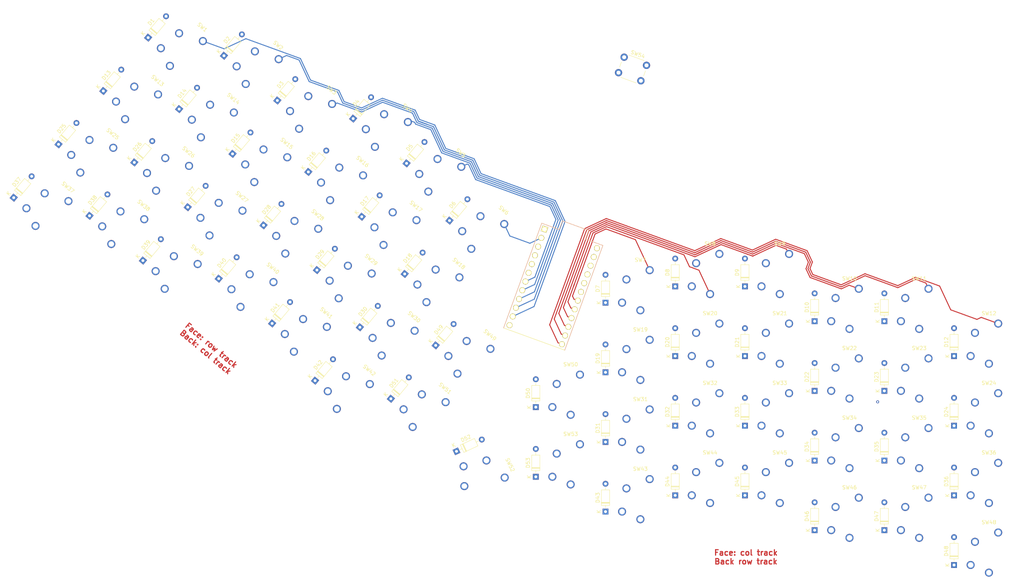
<source format=kicad_pcb>
(kicad_pcb (version 20171130) (host pcbnew "(5.1.0)-1")
  (layers (0 F.Cu signal) (31 B.Cu signal) (34 B.Paste user) (35 F.Paste user) (36 B.SilkS user) (37 F.SilkS user) (38 B.Mask user) (39 F.Mask user) (44 Edge.Cuts user))
  (net 0 "")
  (net 1 row0)
  (net 2 "Net-(D1-Pad2)")
  (net 3 "Net-(D2-Pad2)")
  (net 4 "Net-(D3-Pad2)")
  (net 5 "Net-(D4-Pad2)")
  (net 6 "Net-(D5-Pad2)")
  (net 7 "Net-(D6-Pad2)")
  (net 8 "Net-(D7-Pad2)")
  (net 9 "Net-(D8-Pad2)")
  (net 10 "Net-(D9-Pad2)")
  (net 11 "Net-(D10-Pad2)")
  (net 12 "Net-(D11-Pad2)")
  (net 13 "Net-(D12-Pad2)")
  (net 14 row1)
  (net 15 "Net-(D13-Pad2)")
  (net 16 "Net-(D14-Pad2)")
  (net 17 "Net-(D15-Pad2)")
  (net 18 "Net-(D16-Pad2)")
  (net 19 "Net-(D17-Pad2)")
  (net 20 "Net-(D18-Pad2)")
  (net 21 "Net-(D19-Pad2)")
  (net 22 "Net-(D20-Pad2)")
  (net 23 "Net-(D21-Pad2)")
  (net 24 "Net-(D22-Pad2)")
  (net 25 "Net-(D23-Pad2)")
  (net 26 "Net-(D24-Pad2)")
  (net 27 "Net-(D25-Pad2)")
  (net 28 row2)
  (net 29 "Net-(D26-Pad2)")
  (net 30 "Net-(D27-Pad2)")
  (net 31 "Net-(D28-Pad2)")
  (net 32 "Net-(D29-Pad2)")
  (net 33 "Net-(D30-Pad2)")
  (net 34 "Net-(D31-Pad2)")
  (net 35 "Net-(D32-Pad2)")
  (net 36 "Net-(D33-Pad2)")
  (net 37 "Net-(D34-Pad2)")
  (net 38 "Net-(D35-Pad2)")
  (net 39 "Net-(D36-Pad2)")
  (net 40 row3)
  (net 41 "Net-(D37-Pad2)")
  (net 42 "Net-(D38-Pad2)")
  (net 43 "Net-(D39-Pad2)")
  (net 44 "Net-(D40-Pad2)")
  (net 45 "Net-(D41-Pad2)")
  (net 46 "Net-(D42-Pad2)")
  (net 47 "Net-(D43-Pad2)")
  (net 48 "Net-(D44-Pad2)")
  (net 49 "Net-(D45-Pad2)")
  (net 50 "Net-(D46-Pad2)")
  (net 51 "Net-(D47-Pad2)")
  (net 52 "Net-(D48-Pad2)")
  (net 53 row4)
  (net 54 "Net-(D49-Pad2)")
  (net 55 "Net-(D50-Pad2)")
  (net 56 "Net-(D51-Pad2)")
  (net 57 "Net-(D52-Pad2)")
  (net 58 "Net-(D53-Pad2)")
  (net 59 col0)
  (net 60 col1)
  (net 61 col2)
  (net 62 col3)
  (net 63 col4)
  (net 64 col5)
  (net 65 col6)
  (net 66 col7)
  (net 67 col8)
  (net 68 col9)
  (net 69 col10)
  (net 70 col11)
  (net 71 GND)
  (net 72 RST)
  (net 73 "Net-(U1-Pad1)")
  (net 74 VCC)
  (net 75 "Net-(U1-Pad24)")
  (module taneyats:lopro_compatible (layer F.Cu) (at 295.879399 101.981048)
    (fp_text reference SW9 (at 0 -7.874) (layer F.SilkS))
    (fp_text value SW_PUSH)
    (pad 2 thru_hole circle (at -5 3.8) (size 2.2 2.2) (drill 1.5) (layers *.Cu *.Mask) (net 10 "Net-(D9-Pad2)"))
    (pad 1 thru_hole circle (at 0 5.9) (size 2.2 2.2) (drill 1.5) (layers *.Cu *.Mask) (net 67 col8))
    (pad "" np_thru_hole circle (at 5.08 0) (size 1.7 1.7) (drill 1.7) (layers *.Cu *.Mask))
    (pad "" np_thru_hole circle (at -5.08 0) (size 1.7 1.7) (drill 1.7) (layers *.Cu *.Mask))
    (pad "" np_thru_hole circle (at 0 0) (size 4 4) (drill 4) (layers *.Cu *.Mask))
    (pad 2 thru_hole circle (at -3.81 -2.54) (size 2.2 2.2) (drill 1.5) (layers *.Cu *.Mask) (net 10 "Net-(D9-Pad2)"))
    (pad 1 thru_hole circle (at 2.54 -5.08) (size 2.2 2.2) (drill 1.5) (layers *.Cu *.Mask) (net 67 col8))
    (pad "" np_thru_hole circle (at -5.5 0) (size 1.9 1.9) (drill 1.9) (layers *.Cu *.Mask Dwgs.User))
    (pad "" np_thru_hole circle (at 5.5 0) (size 1.9 1.9) (drill 1.9) (layers *.Cu *.Mask))
  )
  (module promicro:ProMicro (layer F.Cu) (at 233.967329 105.870712 250)
    (fp_text reference U1 hide)
    (fp_text value ProMicro)
    (pad 1 thru_hole rect (at -13.97 7.62 250) (size 1.6 1.6) (drill 1.1) (layers *.Cu *.Mask F.SilkS) (net 73 "Net-(U1-Pad1)"))
    (pad 2 thru_hole circle (at -11.43 7.62 250) (size 1.6 1.6) (drill 1.1) (layers *.Cu *.Mask F.SilkS) (net 64 col5))
    (pad 3 thru_hole circle (at -8.89 7.62 250) (size 1.6 1.6) (drill 1.1) (layers *.Cu *.Mask F.SilkS) (net 71 GND))
    (pad 4 thru_hole circle (at -6.35 7.62 250) (size 1.6 1.6) (drill 1.1) (layers *.Cu *.Mask F.SilkS) (net 71 GND))
    (pad 5 thru_hole circle (at -3.81 7.62 250) (size 1.6 1.6) (drill 1.1) (layers *.Cu *.Mask F.SilkS) (net 1 row0))
    (pad 6 thru_hole circle (at -1.27 7.62 250) (size 1.6 1.6) (drill 1.1) (layers *.Cu *.Mask F.SilkS) (net 14 row1))
    (pad 7 thru_hole circle (at 1.27 7.62 250) (size 1.6 1.6) (drill 1.1) (layers *.Cu *.Mask F.SilkS) (net 63 col4))
    (pad 8 thru_hole circle (at 3.81 7.62 250) (size 1.6 1.6) (drill 1.1) (layers *.Cu *.Mask F.SilkS) (net 62 col3))
    (pad 9 thru_hole circle (at 6.35 7.62 250) (size 1.6 1.6) (drill 1.1) (layers *.Cu *.Mask F.SilkS) (net 61 col2))
    (pad 10 thru_hole circle (at 8.89 7.62 250) (size 1.6 1.6) (drill 1.1) (layers *.Cu *.Mask F.SilkS) (net 60 col1))
    (pad 11 thru_hole circle (at 11.43 7.62 250) (size 1.6 1.6) (drill 1.1) (layers *.Cu *.Mask F.SilkS) (net 59 col0))
    (pad 12 thru_hole circle (at 13.97 7.62 250) (size 1.6 1.6) (drill 1.1) (layers *.Cu *.Mask F.SilkS) (net 53 row4))
    (pad 13 thru_hole circle (at 13.97 -7.62 250) (size 1.6 1.6) (drill 1.1) (layers *.Cu *.Mask F.SilkS) (net 70 col11))
    (pad 14 thru_hole circle (at 11.43 -7.62 250) (size 1.6 1.6) (drill 1.1) (layers *.Cu *.Mask F.SilkS) (net 69 col10))
    (pad 15 thru_hole circle (at 8.89 -7.62 250) (size 1.6 1.6) (drill 1.1) (layers *.Cu *.Mask F.SilkS) (net 68 col9))
    (pad 16 thru_hole circle (at 6.35 -7.62 250) (size 1.6 1.6) (drill 1.1) (layers *.Cu *.Mask F.SilkS) (net 67 col8))
    (pad 17 thru_hole circle (at 3.81 -7.62 250) (size 1.6 1.6) (drill 1.1) (layers *.Cu *.Mask F.SilkS) (net 66 col7))
    (pad 18 thru_hole circle (at 1.27 -7.62 250) (size 1.6 1.6) (drill 1.1) (layers *.Cu *.Mask F.SilkS) (net 65 col6))
    (pad 19 thru_hole circle (at -1.27 -7.62 250) (size 1.6 1.6) (drill 1.1) (layers *.Cu *.Mask F.SilkS) (net 40 row3))
    (pad 20 thru_hole circle (at -3.81 -7.62 250) (size 1.6 1.6) (drill 1.1) (layers *.Cu *.Mask F.SilkS) (net 28 row2))
    (pad 21 thru_hole circle (at -6.35 -7.62 250) (size 1.6 1.6) (drill 1.1) (layers *.Cu *.Mask F.SilkS) (net 74 VCC))
    (pad 22 thru_hole circle (at -8.89 -7.62 250) (size 1.6 1.6) (drill 1.1) (layers *.Cu *.Mask F.SilkS) (net 72 RST))
    (pad 23 thru_hole circle (at -11.43 -7.62 250) (size 1.6 1.6) (drill 1.1) (layers *.Cu *.Mask F.SilkS) (net 71 GND))
    (pad 24 thru_hole circle (at -13.97 -7.62 250) (size 1.6 1.6) (drill 1.1) (layers *.Cu *.Mask F.SilkS) (net 75 "Net-(U1-Pad24)"))
  )
  (module taneyats:screw_hole_2mm (layer F.Cu) (at 249.294799 97.920562 340)
    (fp_text reference HOLE hide)
    (fp_text value screw_hole_2mm hide)
    (pad "" np_thru_hole circle (at 0 0 340) (size 2 2) (drill 2) (layers *.Cu *.Mask))
  )
  (module taneyats:screw_hole_2mm (layer F.Cu) (at 227.326666 89.924815 340)
    (fp_text reference HOLE hide)
    (fp_text value screw_hole_2mm hide)
    (pad "" np_thru_hole circle (at 0 0 340) (size 2 2) (drill 2) (layers *.Cu *.Mask))
  )
  (module taneyats:screw_hole_2mm (layer F.Cu) (at 343.507523 149.610495 340)
    (fp_text reference HOLE hide)
    (fp_text value screw_hole_2mm hide)
    (pad "" np_thru_hole circle (at 0 0 340) (size 2 2) (drill 2) (layers *.Cu *.Mask))
  )
  (module taneyats:screw_hole_2mm (layer F.Cu) (at 305.409741 140.079498 340)
    (fp_text reference HOLE hide)
    (fp_text value screw_hole_2mm hide)
    (pad "" np_thru_hole circle (at 0 0 340) (size 2 2) (drill 2) (layers *.Cu *.Mask))
  )
  (module taneyats:screw_hole_2mm (layer F.Cu) (at 267.302899 130.555841 340)
    (fp_text reference HOLE hide)
    (fp_text value screw_hole_2mm hide)
    (pad "" np_thru_hole circle (at 0 0 340) (size 2 2) (drill 2) (layers *.Cu *.Mask))
  )
  (module taneyats:screw_hole_2mm (layer F.Cu) (at 219.029597 146.911789 340)
    (fp_text reference HOLE hide)
    (fp_text value screw_hole_2mm hide)
    (pad "" np_thru_hole circle (at 0 0 340) (size 2 2) (drill 2) (layers *.Cu *.Mask))
  )
  (module taneyats:screw_hole_2mm (layer F.Cu) (at 227.108796 124.714367 340)
    (fp_text reference HOLE hide)
    (fp_text value screw_hole_2mm hide)
    (pad "" np_thru_hole circle (at 0 0 340) (size 2 2) (drill 2) (layers *.Cu *.Mask))
  )
  (module taneyats:screw_hole_2mm (layer F.Cu) (at 189.70382 106.753969 340)
    (fp_text reference HOLE hide)
    (fp_text value screw_hole_2mm hide)
    (pad "" np_thru_hole circle (at 0 0 340) (size 2 2) (drill 2) (layers *.Cu *.Mask))
  )
  (module taneyats:screw_hole_2mm (layer F.Cu) (at 163.378009 78.855529 340)
    (fp_text reference HOLE hide)
    (fp_text value screw_hole_2mm hide)
    (pad "" np_thru_hole circle (at 0 0 340) (size 2 2) (drill 2) (layers *.Cu *.Mask))
  )
  (module taneyats:screw_hole_2mm (layer F.Cu) (at 115.821807 76.259807 340)
    (fp_text reference HOLE hide)
    (fp_text value screw_hole_2mm)
    (pad "" np_thru_hole circle (at 0 0 340) (size 2 2) (drill 2) (layers *.Cu *.Mask))
  )
  (module Diode_THT:D_DO-35_SOD27_P7.62mm_Horizontal (layer F.Cu) (at 123.266502 37.745339 50)
    (fp_text reference D1 (at 3.81 -2.12 50) (layer F.SilkS))
    (fp_text value 1N4148)
    (fp_text user K (at 0 -1.8 50) (layer F.SilkS))
    (pad 2 thru_hole oval (at 7.62 0 50) (size 1.6 1.6) (drill 0.8) (layers *.Cu *.Mask) (net 2 "Net-(D1-Pad2)"))
    (pad 1 thru_hole rect (at 0 0 50) (size 1.6 1.6) (drill 0.8) (layers *.Cu *.Mask) (net 1 row0))
  )
  (module Diode_THT:D_DO-35_SOD27_P7.62mm_Horizontal (layer F.Cu) (at 143.982203 42.693869 50)
    (fp_text reference D2 (at 3.81 -2.12 50) (layer F.SilkS))
    (fp_text value 1N4148)
    (fp_text user K (at 0 -1.8 50) (layer F.SilkS))
    (pad 2 thru_hole oval (at 7.62 0 50) (size 1.6 1.6) (drill 0.8) (layers *.Cu *.Mask) (net 3 "Net-(D2-Pad2)"))
    (pad 1 thru_hole rect (at 0 0 50) (size 1.6 1.6) (drill 0.8) (layers *.Cu *.Mask) (net 1 row0))
  )
  (module Diode_THT:D_DO-35_SOD27_P7.62mm_Horizontal (layer F.Cu) (at 158.575349 54.938971 50)
    (fp_text reference D3 (at 3.81 -2.12 50) (layer F.SilkS))
    (fp_text value 1N4148)
    (fp_text user K (at 0 -1.8 50) (layer F.SilkS))
    (pad 1 thru_hole rect (at 0 0 50) (size 1.6 1.6) (drill 0.8) (layers *.Cu *.Mask) (net 1 row0))
    (pad 2 thru_hole oval (at 7.62 0 50) (size 1.6 1.6) (drill 0.8) (layers *.Cu *.Mask) (net 4 "Net-(D3-Pad2)"))
  )
  (module Diode_THT:D_DO-35_SOD27_P7.62mm_Horizontal (layer F.Cu) (at 179.291047 59.887505 50)
    (fp_text reference D4 (at 3.81 -2.12 50) (layer F.SilkS))
    (fp_text value 1N4148)
    (fp_text user K (at 0 -1.8 50) (layer F.SilkS))
    (pad 2 thru_hole oval (at 7.62 0 50) (size 1.6 1.6) (drill 0.8) (layers *.Cu *.Mask) (net 5 "Net-(D4-Pad2)"))
    (pad 1 thru_hole rect (at 0 0 50) (size 1.6 1.6) (drill 0.8) (layers *.Cu *.Mask) (net 1 row0))
  )
  (module Diode_THT:D_DO-35_SOD27_P7.62mm_Horizontal (layer F.Cu) (at 193.884194 72.132607 50)
    (fp_text reference D5 (at 3.81 -2.12 50) (layer F.SilkS))
    (fp_text value 1N4148)
    (fp_text user K (at 0 -1.8 50) (layer F.SilkS))
    (pad 1 thru_hole rect (at 0 0 50) (size 1.6 1.6) (drill 0.8) (layers *.Cu *.Mask) (net 1 row0))
    (pad 2 thru_hole oval (at 7.62 0 50) (size 1.6 1.6) (drill 0.8) (layers *.Cu *.Mask) (net 6 "Net-(D5-Pad2)"))
  )
  (module Diode_THT:D_DO-35_SOD27_P7.62mm_Horizontal (layer F.Cu) (at 205.620146 87.782779 50)
    (fp_text reference D6 (at 3.81 -2.12 50) (layer F.SilkS))
    (fp_text value 1N4148)
    (fp_text user K (at 0 -1.8 50) (layer F.SilkS))
    (pad 2 thru_hole oval (at 7.62 0 50) (size 1.6 1.6) (drill 0.8) (layers *.Cu *.Mask) (net 7 "Net-(D6-Pad2)"))
    (pad 1 thru_hole rect (at 0 0 50) (size 1.6 1.6) (drill 0.8) (layers *.Cu *.Mask) (net 1 row0))
  )
  (module Diode_THT:D_DO-35_SOD27_P7.62mm_Horizontal (layer F.Cu) (at 248.254404 110.23605 90)
    (fp_text reference D7 (at 3.81 -2.12 90) (layer F.SilkS))
    (fp_text value 1N4148)
    (fp_text user K (at 0 -1.8 90) (layer F.SilkS))
    (pad 2 thru_hole oval (at 7.62 0 90) (size 1.6 1.6) (drill 0.8) (layers *.Cu *.Mask) (net 8 "Net-(D7-Pad2)"))
    (pad 1 thru_hole rect (at 0 0 90) (size 1.6 1.6) (drill 0.8) (layers *.Cu *.Mask) (net 1 row0))
  )
  (module Diode_THT:D_DO-35_SOD27_P7.62mm_Horizontal (layer F.Cu) (at 267.304402 105.791048 90)
    (fp_text reference D8 (at 3.81 -2.12 90) (layer F.SilkS))
    (fp_text value 1N4148)
    (fp_text user K (at 0 -1.8 90) (layer F.SilkS))
    (pad 1 thru_hole rect (at 0 0 90) (size 1.6 1.6) (drill 0.8) (layers *.Cu *.Mask) (net 1 row0))
    (pad 2 thru_hole oval (at 7.62 0 90) (size 1.6 1.6) (drill 0.8) (layers *.Cu *.Mask) (net 9 "Net-(D8-Pad2)"))
  )
  (module Diode_THT:D_DO-35_SOD27_P7.62mm_Horizontal (layer F.Cu) (at 286.354402 105.791047 90)
    (fp_text reference D9 (at 3.81 -2.12 90) (layer F.SilkS))
    (fp_text value 1N4148)
    (fp_text user K (at 0 -1.8 90) (layer F.SilkS))
    (pad 2 thru_hole oval (at 7.62 0 90) (size 1.6 1.6) (drill 0.8) (layers *.Cu *.Mask) (net 10 "Net-(D9-Pad2)"))
    (pad 1 thru_hole rect (at 0 0 90) (size 1.6 1.6) (drill 0.8) (layers *.Cu *.Mask) (net 1 row0))
  )
  (module Diode_THT:D_DO-35_SOD27_P7.62mm_Horizontal (layer F.Cu) (at 305.404403 115.316048 90)
    (fp_text reference D10 (at 3.81 -2.12 90) (layer F.SilkS))
    (fp_text value 1N4148)
    (fp_text user K (at 0 -1.8 90) (layer F.SilkS))
    (pad 1 thru_hole rect (at 0 0 90) (size 1.6 1.6) (drill 0.8) (layers *.Cu *.Mask) (net 1 row0))
    (pad 2 thru_hole oval (at 7.62 0 90) (size 1.6 1.6) (drill 0.8) (layers *.Cu *.Mask) (net 11 "Net-(D10-Pad2)"))
  )
  (module Diode_THT:D_DO-35_SOD27_P7.62mm_Horizontal (layer F.Cu) (at 324.454403 115.316047 90)
    (fp_text reference D11 (at 3.81 -2.12 90) (layer F.SilkS))
    (fp_text value 1N4148)
    (fp_text user K (at 0 -1.8 90) (layer F.SilkS))
    (pad 2 thru_hole oval (at 7.62 0 90) (size 1.6 1.6) (drill 0.8) (layers *.Cu *.Mask) (net 12 "Net-(D11-Pad2)"))
    (pad 1 thru_hole rect (at 0 0 90) (size 1.6 1.6) (drill 0.8) (layers *.Cu *.Mask) (net 1 row0))
  )
  (module Diode_THT:D_DO-35_SOD27_P7.62mm_Horizontal (layer F.Cu) (at 343.5044 124.84105 90)
    (fp_text reference D12 (at 3.81 -2.12 90) (layer F.SilkS))
    (fp_text value 1N4148)
    (fp_text user K (at 0 -1.8 90) (layer F.SilkS))
    (pad 1 thru_hole rect (at 0 0 90) (size 1.6 1.6) (drill 0.8) (layers *.Cu *.Mask) (net 1 row0))
    (pad 2 thru_hole oval (at 7.62 0 90) (size 1.6 1.6) (drill 0.8) (layers *.Cu *.Mask) (net 13 "Net-(D12-Pad2)"))
  )
  (module Diode_THT:D_DO-35_SOD27_P7.62mm_Horizontal (layer F.Cu) (at 111.0214 52.338484 50)
    (fp_text reference D13 (at 3.81 -2.12 50) (layer F.SilkS))
    (fp_text value 1N4148)
    (fp_text user K (at 0 -1.8 50) (layer F.SilkS))
    (pad 2 thru_hole oval (at 7.62 0 50) (size 1.6 1.6) (drill 0.8) (layers *.Cu *.Mask) (net 15 "Net-(D13-Pad2)"))
    (pad 1 thru_hole rect (at 0 0 50) (size 1.6 1.6) (drill 0.8) (layers *.Cu *.Mask) (net 14 row1))
  )
  (module Diode_THT:D_DO-35_SOD27_P7.62mm_Horizontal (layer F.Cu) (at 131.737097 57.287014 50)
    (fp_text reference D14 (at 3.81 -2.12 50) (layer F.SilkS))
    (fp_text value 1N4148)
    (fp_text user K (at 0 -1.8 50) (layer F.SilkS))
    (pad 1 thru_hole rect (at 0 0 50) (size 1.6 1.6) (drill 0.8) (layers *.Cu *.Mask) (net 14 row1))
    (pad 2 thru_hole oval (at 7.62 0 50) (size 1.6 1.6) (drill 0.8) (layers *.Cu *.Mask) (net 16 "Net-(D14-Pad2)"))
  )
  (module Diode_THT:D_DO-35_SOD27_P7.62mm_Horizontal (layer F.Cu) (at 146.330243 69.532117 50)
    (fp_text reference D15 (at 3.81 -2.12 50) (layer F.SilkS))
    (fp_text value 1N4148)
    (fp_text user K (at 0 -1.8 50) (layer F.SilkS))
    (pad 2 thru_hole oval (at 7.62 0 50) (size 1.6 1.6) (drill 0.8) (layers *.Cu *.Mask) (net 17 "Net-(D15-Pad2)"))
    (pad 1 thru_hole rect (at 0 0 50) (size 1.6 1.6) (drill 0.8) (layers *.Cu *.Mask) (net 14 row1))
  )
  (module Diode_THT:D_DO-35_SOD27_P7.62mm_Horizontal (layer F.Cu) (at 167.04594 74.480647 50)
    (fp_text reference D16 (at 3.81 -2.12 50) (layer F.SilkS))
    (fp_text value 1N4148)
    (fp_text user K (at 0 -1.8 50) (layer F.SilkS))
    (pad 1 thru_hole rect (at 0 0 50) (size 1.6 1.6) (drill 0.8) (layers *.Cu *.Mask) (net 14 row1))
    (pad 2 thru_hole oval (at 7.62 0 50) (size 1.6 1.6) (drill 0.8) (layers *.Cu *.Mask) (net 18 "Net-(D16-Pad2)"))
  )
  (module Diode_THT:D_DO-35_SOD27_P7.62mm_Horizontal (layer F.Cu) (at 181.639089 86.72575 50)
    (fp_text reference D17 (at 3.81 -2.12 50) (layer F.SilkS))
    (fp_text value 1N4148)
    (fp_text user K (at 0 -1.8 50) (layer F.SilkS))
    (pad 2 thru_hole oval (at 7.62 0 50) (size 1.6 1.6) (drill 0.8) (layers *.Cu *.Mask) (net 19 "Net-(D17-Pad2)"))
    (pad 1 thru_hole rect (at 0 0 50) (size 1.6 1.6) (drill 0.8) (layers *.Cu *.Mask) (net 14 row1))
  )
  (module Diode_THT:D_DO-35_SOD27_P7.62mm_Horizontal (layer F.Cu) (at 193.375048 102.375922 50)
    (fp_text reference D18 (at 3.81 -2.12 50) (layer F.SilkS))
    (fp_text value 1N4148)
    (fp_text user K (at 0 -1.8 50) (layer F.SilkS))
    (pad 1 thru_hole rect (at 0 0 50) (size 1.6 1.6) (drill 0.8) (layers *.Cu *.Mask) (net 14 row1))
    (pad 2 thru_hole oval (at 7.62 0 50) (size 1.6 1.6) (drill 0.8) (layers *.Cu *.Mask) (net 20 "Net-(D18-Pad2)"))
  )
  (module Diode_THT:D_DO-35_SOD27_P7.62mm_Horizontal (layer F.Cu) (at 248.254404 129.286047 90)
    (fp_text reference D19 (at 3.81 -2.12 90) (layer F.SilkS))
    (fp_text value 1N4148)
    (fp_text user K (at 0 -1.8 90) (layer F.SilkS))
    (pad 2 thru_hole oval (at 7.62 0 90) (size 1.6 1.6) (drill 0.8) (layers *.Cu *.Mask) (net 21 "Net-(D19-Pad2)"))
    (pad 1 thru_hole rect (at 0 0 90) (size 1.6 1.6) (drill 0.8) (layers *.Cu *.Mask) (net 14 row1))
  )
  (module Diode_THT:D_DO-35_SOD27_P7.62mm_Horizontal (layer F.Cu) (at 267.304401 124.841047 90)
    (fp_text reference D20 (at 3.81 -2.12 90) (layer F.SilkS))
    (fp_text value 1N4148)
    (fp_text user K (at 0 -1.8 90) (layer F.SilkS))
    (pad 1 thru_hole rect (at 0 0 90) (size 1.6 1.6) (drill 0.8) (layers *.Cu *.Mask) (net 14 row1))
    (pad 2 thru_hole oval (at 7.62 0 90) (size 1.6 1.6) (drill 0.8) (layers *.Cu *.Mask) (net 22 "Net-(D20-Pad2)"))
  )
  (module Diode_THT:D_DO-35_SOD27_P7.62mm_Horizontal (layer F.Cu) (at 286.354401 124.841047 90)
    (fp_text reference D21 (at 3.81 -2.12 90) (layer F.SilkS))
    (fp_text value 1N4148)
    (fp_text user K (at 0 -1.8 90) (layer F.SilkS))
    (pad 1 thru_hole rect (at 0 0 90) (size 1.6 1.6) (drill 0.8) (layers *.Cu *.Mask) (net 14 row1))
    (pad 2 thru_hole oval (at 7.62 0 90) (size 1.6 1.6) (drill 0.8) (layers *.Cu *.Mask) (net 23 "Net-(D21-Pad2)"))
  )
  (module Diode_THT:D_DO-35_SOD27_P7.62mm_Horizontal (layer F.Cu) (at 305.404403 134.366047 90)
    (fp_text reference D22 (at 3.81 -2.12 90) (layer F.SilkS))
    (fp_text value 1N4148)
    (fp_text user K (at 0 -1.8 90) (layer F.SilkS))
    (pad 2 thru_hole oval (at 7.62 0 90) (size 1.6 1.6) (drill 0.8) (layers *.Cu *.Mask) (net 24 "Net-(D22-Pad2)"))
    (pad 1 thru_hole rect (at 0 0 90) (size 1.6 1.6) (drill 0.8) (layers *.Cu *.Mask) (net 14 row1))
  )
  (module Diode_THT:D_DO-35_SOD27_P7.62mm_Horizontal (layer F.Cu) (at 324.454401 134.366048 90)
    (fp_text reference D23 (at 3.81 -2.12 90) (layer F.SilkS))
    (fp_text value 1N4148)
    (fp_text user K (at 0 -1.8 90) (layer F.SilkS))
    (pad 1 thru_hole rect (at 0 0 90) (size 1.6 1.6) (drill 0.8) (layers *.Cu *.Mask) (net 14 row1))
    (pad 2 thru_hole oval (at 7.62 0 90) (size 1.6 1.6) (drill 0.8) (layers *.Cu *.Mask) (net 25 "Net-(D23-Pad2)"))
  )
  (module Diode_THT:D_DO-35_SOD27_P7.62mm_Horizontal (layer F.Cu) (at 343.504402 143.891048 90)
    (fp_text reference D24 (at 3.81 -2.12 90) (layer F.SilkS))
    (fp_text value 1N4148)
    (fp_text user K (at 0 -1.8 90) (layer F.SilkS))
    (pad 2 thru_hole oval (at 7.62 0 90) (size 1.6 1.6) (drill 0.8) (layers *.Cu *.Mask) (net 26 "Net-(D24-Pad2)"))
    (pad 1 thru_hole rect (at 0 0 90) (size 1.6 1.6) (drill 0.8) (layers *.Cu *.Mask) (net 14 row1))
  )
  (module Diode_THT:D_DO-35_SOD27_P7.62mm_Horizontal (layer F.Cu) (at 98.777662 66.92787 50)
    (fp_text reference D25 (at 3.81 -2.12 50) (layer F.SilkS))
    (fp_text value 1N4148)
    (fp_text user K (at 0 -1.8 50) (layer F.SilkS))
    (pad 1 thru_hole rect (at 0 0 50) (size 1.6 1.6) (drill 0.8) (layers *.Cu *.Mask) (net 28 row2))
    (pad 2 thru_hole oval (at 7.62 0 50) (size 1.6 1.6) (drill 0.8) (layers *.Cu *.Mask) (net 27 "Net-(D25-Pad2)"))
  )
  (module Diode_THT:D_DO-35_SOD27_P7.62mm_Horizontal (layer F.Cu) (at 119.491992 71.88016 50)
    (fp_text reference D26 (at 3.81 -2.12 50) (layer F.SilkS))
    (fp_text value 1N4148)
    (fp_text user K (at 0 -1.8 50) (layer F.SilkS))
    (pad 2 thru_hole oval (at 7.62 0 50) (size 1.6 1.6) (drill 0.8) (layers *.Cu *.Mask) (net 29 "Net-(D26-Pad2)"))
    (pad 1 thru_hole rect (at 0 0 50) (size 1.6 1.6) (drill 0.8) (layers *.Cu *.Mask) (net 28 row2))
  )
  (module Diode_THT:D_DO-35_SOD27_P7.62mm_Horizontal (layer F.Cu) (at 134.085139 84.125267 50)
    (fp_text reference D27 (at 3.81 -2.12 50) (layer F.SilkS))
    (fp_text value 1N4148)
    (fp_text user K (at 0 -1.8 50) (layer F.SilkS))
    (pad 1 thru_hole rect (at 0 0 50) (size 1.6 1.6) (drill 0.8) (layers *.Cu *.Mask) (net 28 row2))
    (pad 2 thru_hole oval (at 7.62 0 50) (size 1.6 1.6) (drill 0.8) (layers *.Cu *.Mask) (net 30 "Net-(D27-Pad2)"))
  )
  (module Diode_THT:D_DO-35_SOD27_P7.62mm_Horizontal (layer F.Cu) (at 154.800838 89.073793 50)
    (fp_text reference D28 (at 3.81 -2.12 50) (layer F.SilkS))
    (fp_text value 1N4148)
    (fp_text user K (at 0 -1.8 50) (layer F.SilkS))
    (pad 2 thru_hole oval (at 7.62 0 50) (size 1.6 1.6) (drill 0.8) (layers *.Cu *.Mask) (net 31 "Net-(D28-Pad2)"))
    (pad 1 thru_hole rect (at 0 0 50) (size 1.6 1.6) (drill 0.8) (layers *.Cu *.Mask) (net 28 row2))
  )
  (module Diode_THT:D_DO-35_SOD27_P7.62mm_Horizontal (layer F.Cu) (at 169.393984 101.3189 50)
    (fp_text reference D29 (at 3.81 -2.12 50) (layer F.SilkS))
    (fp_text value 1N4148)
    (fp_text user K (at 0 -1.8 50) (layer F.SilkS))
    (pad 1 thru_hole rect (at 0 0 50) (size 1.6 1.6) (drill 0.8) (layers *.Cu *.Mask) (net 28 row2))
    (pad 2 thru_hole oval (at 7.62 0 50) (size 1.6 1.6) (drill 0.8) (layers *.Cu *.Mask) (net 32 "Net-(D29-Pad2)"))
  )
  (module Diode_THT:D_DO-35_SOD27_P7.62mm_Horizontal (layer F.Cu) (at 181.129939 116.969072 50)
    (fp_text reference D30 (at 3.81 -2.12 50) (layer F.SilkS))
    (fp_text value 1N4148)
    (fp_text user K (at 0 -1.8 50) (layer F.SilkS))
    (pad 2 thru_hole oval (at 7.62 0 50) (size 1.6 1.6) (drill 0.8) (layers *.Cu *.Mask) (net 33 "Net-(D30-Pad2)"))
    (pad 1 thru_hole rect (at 0 0 50) (size 1.6 1.6) (drill 0.8) (layers *.Cu *.Mask) (net 28 row2))
  )
  (module Diode_THT:D_DO-35_SOD27_P7.62mm_Horizontal (layer F.Cu) (at 248.254403 148.336046 90)
    (fp_text reference D31 (at 3.81 -2.12 90) (layer F.SilkS))
    (fp_text value 1N4148)
    (fp_text user K (at 0 -1.8 90) (layer F.SilkS))
    (pad 1 thru_hole rect (at 0 0 90) (size 1.6 1.6) (drill 0.8) (layers *.Cu *.Mask) (net 28 row2))
    (pad 2 thru_hole oval (at 7.62 0 90) (size 1.6 1.6) (drill 0.8) (layers *.Cu *.Mask) (net 34 "Net-(D31-Pad2)"))
  )
  (module Diode_THT:D_DO-35_SOD27_P7.62mm_Horizontal (layer F.Cu) (at 267.304404 143.891047 90)
    (fp_text reference D32 (at 3.81 -2.12 90) (layer F.SilkS))
    (fp_text value 1N4148)
    (fp_text user K (at 0 -1.8 90) (layer F.SilkS))
    (pad 2 thru_hole oval (at 7.62 0 90) (size 1.6 1.6) (drill 0.8) (layers *.Cu *.Mask) (net 35 "Net-(D32-Pad2)"))
    (pad 1 thru_hole rect (at 0 0 90) (size 1.6 1.6) (drill 0.8) (layers *.Cu *.Mask) (net 28 row2))
  )
  (module Diode_THT:D_DO-35_SOD27_P7.62mm_Horizontal (layer F.Cu) (at 286.3544 143.891048 90)
    (fp_text reference D33 (at 3.81 -2.12 90) (layer F.SilkS))
    (fp_text value 1N4148)
    (fp_text user K (at 0 -1.8 90) (layer F.SilkS))
    (pad 2 thru_hole oval (at 7.62 0 90) (size 1.6 1.6) (drill 0.8) (layers *.Cu *.Mask) (net 36 "Net-(D33-Pad2)"))
    (pad 1 thru_hole rect (at 0 0 90) (size 1.6 1.6) (drill 0.8) (layers *.Cu *.Mask) (net 28 row2))
  )
  (module Diode_THT:D_DO-35_SOD27_P7.62mm_Horizontal (layer F.Cu) (at 305.404402 153.416049 90)
    (fp_text reference D34 (at 3.81 -2.12 90) (layer F.SilkS))
    (fp_text value 1N4148)
    (fp_text user K (at 0 -1.8 90) (layer F.SilkS))
    (pad 2 thru_hole oval (at 7.62 0 90) (size 1.6 1.6) (drill 0.8) (layers *.Cu *.Mask) (net 37 "Net-(D34-Pad2)"))
    (pad 1 thru_hole rect (at 0 0 90) (size 1.6 1.6) (drill 0.8) (layers *.Cu *.Mask) (net 28 row2))
  )
  (module Diode_THT:D_DO-35_SOD27_P7.62mm_Horizontal (layer F.Cu) (at 324.454402 153.416047 90)
    (fp_text reference D35 (at 3.81 -2.12 90) (layer F.SilkS))
    (fp_text value 1N4148)
    (fp_text user K (at 0 -1.8 90) (layer F.SilkS))
    (pad 1 thru_hole rect (at 0 0 90) (size 1.6 1.6) (drill 0.8) (layers *.Cu *.Mask) (net 28 row2))
    (pad 2 thru_hole oval (at 7.62 0 90) (size 1.6 1.6) (drill 0.8) (layers *.Cu *.Mask) (net 38 "Net-(D35-Pad2)"))
  )
  (module Diode_THT:D_DO-35_SOD27_P7.62mm_Horizontal (layer F.Cu) (at 343.504401 162.941049 90)
    (fp_text reference D36 (at 3.81 -2.12 90) (layer F.SilkS))
    (fp_text value 1N4148)
    (fp_text user K (at 0 -1.8 90) (layer F.SilkS))
    (pad 2 thru_hole oval (at 7.62 0 90) (size 1.6 1.6) (drill 0.8) (layers *.Cu *.Mask) (net 39 "Net-(D36-Pad2)"))
    (pad 1 thru_hole rect (at 0 0 90) (size 1.6 1.6) (drill 0.8) (layers *.Cu *.Mask) (net 28 row2))
  )
  (module Diode_THT:D_DO-35_SOD27_P7.62mm_Horizontal (layer F.Cu) (at 86.532557 81.521017 50)
    (fp_text reference D37 (at 3.81 -2.12 50) (layer F.SilkS))
    (fp_text value 1N4148)
    (fp_text user K (at 0 -1.8 50) (layer F.SilkS))
    (pad 2 thru_hole oval (at 7.62 0 50) (size 1.6 1.6) (drill 0.8) (layers *.Cu *.Mask) (net 41 "Net-(D37-Pad2)"))
    (pad 1 thru_hole rect (at 0 0 50) (size 1.6 1.6) (drill 0.8) (layers *.Cu *.Mask) (net 40 row3))
  )
  (module Diode_THT:D_DO-35_SOD27_P7.62mm_Horizontal (layer F.Cu) (at 107.24689 86.47331 50)
    (fp_text reference D38 (at 3.81 -2.12 50) (layer F.SilkS))
    (fp_text value 1N4148)
    (fp_text user K (at 0 -1.8 50) (layer F.SilkS))
    (pad 1 thru_hole rect (at 0 0 50) (size 1.6 1.6) (drill 0.8) (layers *.Cu *.Mask) (net 40 row3))
    (pad 2 thru_hole oval (at 7.62 0 50) (size 1.6 1.6) (drill 0.8) (layers *.Cu *.Mask) (net 42 "Net-(D38-Pad2)"))
  )
  (module Diode_THT:D_DO-35_SOD27_P7.62mm_Horizontal (layer F.Cu) (at 121.840034 98.71841 50)
    (fp_text reference D39 (at 3.81 -2.12 50) (layer F.SilkS))
    (fp_text value 1N4148)
    (fp_text user K (at 0 -1.8 50) (layer F.SilkS))
    (pad 2 thru_hole oval (at 7.62 0 50) (size 1.6 1.6) (drill 0.8) (layers *.Cu *.Mask) (net 43 "Net-(D39-Pad2)"))
    (pad 1 thru_hole rect (at 0 0 50) (size 1.6 1.6) (drill 0.8) (layers *.Cu *.Mask) (net 40 row3))
  )
  (module Diode_THT:D_DO-35_SOD27_P7.62mm_Horizontal (layer F.Cu) (at 142.555733 103.666942 50)
    (fp_text reference D40 (at 3.81 -2.12 50) (layer F.SilkS))
    (fp_text value 1N4148)
    (fp_text user K (at 0 -1.8 50) (layer F.SilkS))
    (pad 1 thru_hole rect (at 0 0 50) (size 1.6 1.6) (drill 0.8) (layers *.Cu *.Mask) (net 40 row3))
    (pad 2 thru_hole oval (at 7.62 0 50) (size 1.6 1.6) (drill 0.8) (layers *.Cu *.Mask) (net 44 "Net-(D40-Pad2)"))
  )
  (module Diode_THT:D_DO-35_SOD27_P7.62mm_Horizontal (layer F.Cu) (at 157.14888 115.912047 50)
    (fp_text reference D41 (at 3.81 -2.12 50) (layer F.SilkS))
    (fp_text value 1N4148)
    (fp_text user K (at 0 -1.8 50) (layer F.SilkS))
    (pad 2 thru_hole oval (at 7.62 0 50) (size 1.6 1.6) (drill 0.8) (layers *.Cu *.Mask) (net 45 "Net-(D41-Pad2)"))
    (pad 1 thru_hole rect (at 0 0 50) (size 1.6 1.6) (drill 0.8) (layers *.Cu *.Mask) (net 40 row3))
  )
  (module Diode_THT:D_DO-35_SOD27_P7.62mm_Horizontal (layer F.Cu) (at 168.884837 131.562217 50)
    (fp_text reference D42 (at 3.81 -2.12 50) (layer F.SilkS))
    (fp_text value 1N4148)
    (fp_text user K (at 0 -1.8 50) (layer F.SilkS))
    (pad 1 thru_hole rect (at 0 0 50) (size 1.6 1.6) (drill 0.8) (layers *.Cu *.Mask) (net 40 row3))
    (pad 2 thru_hole oval (at 7.62 0 50) (size 1.6 1.6) (drill 0.8) (layers *.Cu *.Mask) (net 46 "Net-(D42-Pad2)"))
  )
  (module Diode_THT:D_DO-35_SOD27_P7.62mm_Horizontal (layer F.Cu) (at 248.254403 167.386047 90)
    (fp_text reference D43 (at 3.81 -2.12 90) (layer F.SilkS))
    (fp_text value 1N4148)
    (fp_text user K (at 0 -1.8 90) (layer F.SilkS))
    (pad 2 thru_hole oval (at 7.62 0 90) (size 1.6 1.6) (drill 0.8) (layers *.Cu *.Mask) (net 47 "Net-(D43-Pad2)"))
    (pad 1 thru_hole rect (at 0 0 90) (size 1.6 1.6) (drill 0.8) (layers *.Cu *.Mask) (net 40 row3))
  )
  (module Diode_THT:D_DO-35_SOD27_P7.62mm_Horizontal (layer F.Cu) (at 267.304402 162.941046 90)
    (fp_text reference D44 (at 3.81 -2.12 90) (layer F.SilkS))
    (fp_text value 1N4148)
    (fp_text user K (at 0 -1.8 90) (layer F.SilkS))
    (pad 2 thru_hole oval (at 7.62 0 90) (size 1.6 1.6) (drill 0.8) (layers *.Cu *.Mask) (net 48 "Net-(D44-Pad2)"))
    (pad 1 thru_hole rect (at 0 0 90) (size 1.6 1.6) (drill 0.8) (layers *.Cu *.Mask) (net 40 row3))
  )
  (module Diode_THT:D_DO-35_SOD27_P7.62mm_Horizontal (layer F.Cu) (at 286.354403 162.941048 90)
    (fp_text reference D45 (at 3.81 -2.12 90) (layer F.SilkS))
    (fp_text value 1N4148)
    (fp_text user K (at 0 -1.8 90) (layer F.SilkS))
    (pad 1 thru_hole rect (at 0 0 90) (size 1.6 1.6) (drill 0.8) (layers *.Cu *.Mask) (net 40 row3))
    (pad 2 thru_hole oval (at 7.62 0 90) (size 1.6 1.6) (drill 0.8) (layers *.Cu *.Mask) (net 49 "Net-(D45-Pad2)"))
  )
  (module Diode_THT:D_DO-35_SOD27_P7.62mm_Horizontal (layer F.Cu) (at 305.404404 172.466049 90)
    (fp_text reference D46 (at 3.81 -2.12 90) (layer F.SilkS))
    (fp_text value 1N4148)
    (fp_text user K (at 0 -1.8 90) (layer F.SilkS))
    (pad 1 thru_hole rect (at 0 0 90) (size 1.6 1.6) (drill 0.8) (layers *.Cu *.Mask) (net 40 row3))
    (pad 2 thru_hole oval (at 7.62 0 90) (size 1.6 1.6) (drill 0.8) (layers *.Cu *.Mask) (net 50 "Net-(D46-Pad2)"))
  )
  (module Diode_THT:D_DO-35_SOD27_P7.62mm_Horizontal (layer F.Cu) (at 324.454402 172.466047 90)
    (fp_text reference D47 (at 3.81 -2.12 90) (layer F.SilkS))
    (fp_text value 1N4148)
    (fp_text user K (at 0 -1.8 90) (layer F.SilkS))
    (pad 2 thru_hole oval (at 7.62 0 90) (size 1.6 1.6) (drill 0.8) (layers *.Cu *.Mask) (net 51 "Net-(D47-Pad2)"))
    (pad 1 thru_hole rect (at 0 0 90) (size 1.6 1.6) (drill 0.8) (layers *.Cu *.Mask) (net 40 row3))
  )
  (module Diode_THT:D_DO-35_SOD27_P7.62mm_Horizontal (layer F.Cu) (at 343.504404 181.991047 90)
    (fp_text reference D48 (at 3.81 -2.12 90) (layer F.SilkS))
    (fp_text value 1N4148)
    (fp_text user K (at 0 -1.8 90) (layer F.SilkS))
    (pad 1 thru_hole rect (at 0 0 90) (size 1.6 1.6) (drill 0.8) (layers *.Cu *.Mask) (net 40 row3))
    (pad 2 thru_hole oval (at 7.62 0 90) (size 1.6 1.6) (drill 0.8) (layers *.Cu *.Mask) (net 52 "Net-(D48-Pad2)"))
  )
  (module Diode_THT:D_DO-35_SOD27_P7.62mm_Horizontal (layer F.Cu) (at 201.845639 121.917603 50)
    (fp_text reference D49 (at 3.81 -2.12 50) (layer F.SilkS))
    (fp_text value 1N4148)
    (fp_text user K (at 0 -1.8 50) (layer F.SilkS))
    (pad 2 thru_hole oval (at 7.62 0 50) (size 1.6 1.6) (drill 0.8) (layers *.Cu *.Mask) (net 54 "Net-(D49-Pad2)"))
    (pad 1 thru_hole rect (at 0 0 50) (size 1.6 1.6) (drill 0.8) (layers *.Cu *.Mask) (net 53 row4))
  )
  (module Diode_THT:D_DO-35_SOD27_P7.62mm_Horizontal (layer F.Cu) (at 229.204402 138.811047 90)
    (fp_text reference D50 (at 3.81 -2.12 90) (layer F.SilkS))
    (fp_text value 1N4148)
    (fp_text user K (at 0 -1.8 90) (layer F.SilkS))
    (pad 2 thru_hole oval (at 7.62 0 90) (size 1.6 1.6) (drill 0.8) (layers *.Cu *.Mask) (net 55 "Net-(D50-Pad2)"))
    (pad 1 thru_hole rect (at 0 0 90) (size 1.6 1.6) (drill 0.8) (layers *.Cu *.Mask) (net 53 row4))
  )
  (module Diode_THT:D_DO-35_SOD27_P7.62mm_Horizontal (layer F.Cu) (at 189.600536 136.510747 50)
    (fp_text reference D51 (at 3.81 -2.12 50) (layer F.SilkS))
    (fp_text value 1N4148)
    (fp_text user K (at 0 -1.8 50) (layer F.SilkS))
    (pad 2 thru_hole oval (at 7.62 0 50) (size 1.6 1.6) (drill 0.8) (layers *.Cu *.Mask) (net 56 "Net-(D51-Pad2)"))
    (pad 1 thru_hole rect (at 0 0 50) (size 1.6 1.6) (drill 0.8) (layers *.Cu *.Mask) (net 53 row4))
  )
  (module Diode_THT:D_DO-35_SOD27_P7.62mm_Horizontal (layer F.Cu) (at 207.533616 150.895388 25)
    (fp_text reference D52 (at 3.81 -2.12 25) (layer F.SilkS))
    (fp_text value 1N4148)
    (fp_text user K (at 0 -1.8 25) (layer F.SilkS))
    (pad 2 thru_hole oval (at 7.62 0 25) (size 1.6 1.6) (drill 0.8) (layers *.Cu *.Mask) (net 57 "Net-(D52-Pad2)"))
    (pad 1 thru_hole rect (at 0 0 25) (size 1.6 1.6) (drill 0.8) (layers *.Cu *.Mask) (net 53 row4))
  )
  (module Diode_THT:D_DO-35_SOD27_P7.62mm_Horizontal (layer F.Cu) (at 229.204402 157.861047 90)
    (fp_text reference D53 (at 3.81 -2.12 90) (layer F.SilkS))
    (fp_text value 1N4148)
    (fp_text user K (at 0 -1.8 90) (layer F.SilkS))
    (pad 1 thru_hole rect (at 0 0 90) (size 1.6 1.6) (drill 0.8) (layers *.Cu *.Mask) (net 53 row4))
    (pad 2 thru_hole oval (at 7.62 0 90) (size 1.6 1.6) (drill 0.8) (layers *.Cu *.Mask) (net 58 "Net-(D53-Pad2)"))
  )
  (module taneyats:lopro_compatible (layer F.Cu) (at 133.012096 40.949258 320)
    (fp_text reference SW1 (at 0 -7.874 320) (layer F.SilkS))
    (fp_text value SW_PUSH)
    (pad "" np_thru_hole circle (at 5.5 0 320) (size 1.9 1.9) (drill 1.9) (layers *.Cu *.Mask))
    (pad "" np_thru_hole circle (at -5.5 0 320) (size 1.9 1.9) (drill 1.9) (layers *.Cu *.Mask Dwgs.User))
    (pad 1 thru_hole circle (at 2.54 -5.08 320) (size 2.2 2.2) (drill 1.5) (layers *.Cu *.Mask) (net 59 col0))
    (pad 2 thru_hole circle (at -3.81 -2.54 320) (size 2.2 2.2) (drill 1.5) (layers *.Cu *.Mask) (net 2 "Net-(D1-Pad2)"))
    (pad "" np_thru_hole circle (at 0 0 320) (size 4 4) (drill 4) (layers *.Cu *.Mask))
    (pad "" np_thru_hole circle (at -5.08 0 320) (size 1.7 1.7) (drill 1.7) (layers *.Cu *.Mask))
    (pad "" np_thru_hole circle (at 5.08 0 320) (size 1.7 1.7) (drill 1.7) (layers *.Cu *.Mask))
    (pad 1 thru_hole circle (at 0 5.9 320) (size 2.2 2.2) (drill 1.5) (layers *.Cu *.Mask) (net 59 col0))
    (pad 2 thru_hole circle (at -5 3.8 320) (size 2.2 2.2) (drill 1.5) (layers *.Cu *.Mask) (net 2 "Net-(D1-Pad2)"))
  )
  (module taneyats:lopro_compatible (layer F.Cu) (at 153.727797 45.897787 320)
    (fp_text reference SW2 (at 0 -7.874 320) (layer F.SilkS))
    (fp_text value SW_PUSH)
    (pad 2 thru_hole circle (at -5 3.8 320) (size 2.2 2.2) (drill 1.5) (layers *.Cu *.Mask) (net 3 "Net-(D2-Pad2)"))
    (pad 1 thru_hole circle (at 0 5.9 320) (size 2.2 2.2) (drill 1.5) (layers *.Cu *.Mask) (net 60 col1))
    (pad "" np_thru_hole circle (at 5.08 0 320) (size 1.7 1.7) (drill 1.7) (layers *.Cu *.Mask))
    (pad "" np_thru_hole circle (at -5.08 0 320) (size 1.7 1.7) (drill 1.7) (layers *.Cu *.Mask))
    (pad "" np_thru_hole circle (at 0 0 320) (size 4 4) (drill 4) (layers *.Cu *.Mask))
    (pad 2 thru_hole circle (at -3.81 -2.54 320) (size 2.2 2.2) (drill 1.5) (layers *.Cu *.Mask) (net 3 "Net-(D2-Pad2)"))
    (pad 1 thru_hole circle (at 2.54 -5.08 320) (size 2.2 2.2) (drill 1.5) (layers *.Cu *.Mask) (net 60 col1))
    (pad "" np_thru_hole circle (at -5.5 0 320) (size 1.9 1.9) (drill 1.9) (layers *.Cu *.Mask Dwgs.User))
    (pad "" np_thru_hole circle (at 5.5 0 320) (size 1.9 1.9) (drill 1.9) (layers *.Cu *.Mask))
  )
  (module taneyats:lopro_compatible (layer F.Cu) (at 168.320941 58.142891 320)
    (fp_text reference SW3 (at 0 -7.874 320) (layer F.SilkS))
    (fp_text value SW_PUSH)
    (pad "" np_thru_hole circle (at 5.5 0 320) (size 1.9 1.9) (drill 1.9) (layers *.Cu *.Mask))
    (pad "" np_thru_hole circle (at -5.5 0 320) (size 1.9 1.9) (drill 1.9) (layers *.Cu *.Mask Dwgs.User))
    (pad 1 thru_hole circle (at 2.54 -5.08 320) (size 2.2 2.2) (drill 1.5) (layers *.Cu *.Mask) (net 61 col2))
    (pad 2 thru_hole circle (at -3.81 -2.54 320) (size 2.2 2.2) (drill 1.5) (layers *.Cu *.Mask) (net 4 "Net-(D3-Pad2)"))
    (pad "" np_thru_hole circle (at 0 0 320) (size 4 4) (drill 4) (layers *.Cu *.Mask))
    (pad "" np_thru_hole circle (at -5.08 0 320) (size 1.7 1.7) (drill 1.7) (layers *.Cu *.Mask))
    (pad "" np_thru_hole circle (at 5.08 0 320) (size 1.7 1.7) (drill 1.7) (layers *.Cu *.Mask))
    (pad 1 thru_hole circle (at 0 5.9 320) (size 2.2 2.2) (drill 1.5) (layers *.Cu *.Mask) (net 61 col2))
    (pad 2 thru_hole circle (at -5 3.8 320) (size 2.2 2.2) (drill 1.5) (layers *.Cu *.Mask) (net 4 "Net-(D3-Pad2)"))
  )
  (module taneyats:lopro_compatible (layer F.Cu) (at 189.036642 63.091427 320)
    (fp_text reference SW4 (at 0 -7.874 320) (layer F.SilkS))
    (fp_text value SW_PUSH)
    (pad 2 thru_hole circle (at -5 3.8 320) (size 2.2 2.2) (drill 1.5) (layers *.Cu *.Mask) (net 5 "Net-(D4-Pad2)"))
    (pad 1 thru_hole circle (at 0 5.9 320) (size 2.2 2.2) (drill 1.5) (layers *.Cu *.Mask) (net 62 col3))
    (pad "" np_thru_hole circle (at 5.08 0 320) (size 1.7 1.7) (drill 1.7) (layers *.Cu *.Mask))
    (pad "" np_thru_hole circle (at -5.08 0 320) (size 1.7 1.7) (drill 1.7) (layers *.Cu *.Mask))
    (pad "" np_thru_hole circle (at 0 0 320) (size 4 4) (drill 4) (layers *.Cu *.Mask))
    (pad 2 thru_hole circle (at -3.81 -2.54 320) (size 2.2 2.2) (drill 1.5) (layers *.Cu *.Mask) (net 5 "Net-(D4-Pad2)"))
    (pad 1 thru_hole circle (at 2.54 -5.08 320) (size 2.2 2.2) (drill 1.5) (layers *.Cu *.Mask) (net 62 col3))
    (pad "" np_thru_hole circle (at -5.5 0 320) (size 1.9 1.9) (drill 1.9) (layers *.Cu *.Mask Dwgs.User))
    (pad "" np_thru_hole circle (at 5.5 0 320) (size 1.9 1.9) (drill 1.9) (layers *.Cu *.Mask))
  )
  (module taneyats:lopro_compatible (layer F.Cu) (at 203.629787 75.336529 320)
    (fp_text reference SW5 (at 0 -7.874 320) (layer F.SilkS))
    (fp_text value SW_PUSH)
    (pad "" np_thru_hole circle (at 5.5 0 320) (size 1.9 1.9) (drill 1.9) (layers *.Cu *.Mask))
    (pad "" np_thru_hole circle (at -5.5 0 320) (size 1.9 1.9) (drill 1.9) (layers *.Cu *.Mask Dwgs.User))
    (pad 1 thru_hole circle (at 2.54 -5.08 320) (size 2.2 2.2) (drill 1.5) (layers *.Cu *.Mask) (net 63 col4))
    (pad 2 thru_hole circle (at -3.81 -2.54 320) (size 2.2 2.2) (drill 1.5) (layers *.Cu *.Mask) (net 6 "Net-(D5-Pad2)"))
    (pad "" np_thru_hole circle (at 0 0 320) (size 4 4) (drill 4) (layers *.Cu *.Mask))
    (pad "" np_thru_hole circle (at -5.08 0 320) (size 1.7 1.7) (drill 1.7) (layers *.Cu *.Mask))
    (pad "" np_thru_hole circle (at 5.08 0 320) (size 1.7 1.7) (drill 1.7) (layers *.Cu *.Mask))
    (pad 1 thru_hole circle (at 0 5.9 320) (size 2.2 2.2) (drill 1.5) (layers *.Cu *.Mask) (net 63 col4))
    (pad 2 thru_hole circle (at -5 3.8 320) (size 2.2 2.2) (drill 1.5) (layers *.Cu *.Mask) (net 6 "Net-(D5-Pad2)"))
  )
  (module taneyats:lopro_compatible (layer F.Cu) (at 215.365743 90.986701 320)
    (fp_text reference SW6 (at 0 -7.874 320) (layer F.SilkS))
    (fp_text value SW_PUSH)
    (pad 2 thru_hole circle (at -5 3.8 320) (size 2.2 2.2) (drill 1.5) (layers *.Cu *.Mask) (net 7 "Net-(D6-Pad2)"))
    (pad 1 thru_hole circle (at 0 5.9 320) (size 2.2 2.2) (drill 1.5) (layers *.Cu *.Mask) (net 64 col5))
    (pad "" np_thru_hole circle (at 5.08 0 320) (size 1.7 1.7) (drill 1.7) (layers *.Cu *.Mask))
    (pad "" np_thru_hole circle (at -5.08 0 320) (size 1.7 1.7) (drill 1.7) (layers *.Cu *.Mask))
    (pad "" np_thru_hole circle (at 0 0 320) (size 4 4) (drill 4) (layers *.Cu *.Mask))
    (pad 2 thru_hole circle (at -3.81 -2.54 320) (size 2.2 2.2) (drill 1.5) (layers *.Cu *.Mask) (net 7 "Net-(D6-Pad2)"))
    (pad 1 thru_hole circle (at 2.54 -5.08 320) (size 2.2 2.2) (drill 1.5) (layers *.Cu *.Mask) (net 64 col5))
    (pad "" np_thru_hole circle (at -5.5 0 320) (size 1.9 1.9) (drill 1.9) (layers *.Cu *.Mask Dwgs.User))
    (pad "" np_thru_hole circle (at 5.5 0 320) (size 1.9 1.9) (drill 1.9) (layers *.Cu *.Mask))
  )
  (module taneyats:lopro_compatible (layer F.Cu) (at 257.779403 106.42605)
    (fp_text reference SW7 (at 0 -7.874) (layer F.SilkS))
    (fp_text value SW_PUSH)
    (pad 2 thru_hole circle (at -5 3.8) (size 2.2 2.2) (drill 1.5) (layers *.Cu *.Mask) (net 8 "Net-(D7-Pad2)"))
    (pad 1 thru_hole circle (at 0 5.9) (size 2.2 2.2) (drill 1.5) (layers *.Cu *.Mask) (net 65 col6))
    (pad "" np_thru_hole circle (at 5.08 0) (size 1.7 1.7) (drill 1.7) (layers *.Cu *.Mask))
    (pad "" np_thru_hole circle (at -5.08 0) (size 1.7 1.7) (drill 1.7) (layers *.Cu *.Mask))
    (pad "" np_thru_hole circle (at 0 0) (size 4 4) (drill 4) (layers *.Cu *.Mask))
    (pad 2 thru_hole circle (at -3.81 -2.54) (size 2.2 2.2) (drill 1.5) (layers *.Cu *.Mask) (net 8 "Net-(D7-Pad2)"))
    (pad 1 thru_hole circle (at 2.54 -5.08) (size 2.2 2.2) (drill 1.5) (layers *.Cu *.Mask) (net 65 col6))
    (pad "" np_thru_hole circle (at -5.5 0) (size 1.9 1.9) (drill 1.9) (layers *.Cu *.Mask Dwgs.User))
    (pad "" np_thru_hole circle (at 5.5 0) (size 1.9 1.9) (drill 1.9) (layers *.Cu *.Mask))
  )
  (module taneyats:lopro_compatible (layer F.Cu) (at 276.829403 101.981048)
    (fp_text reference SW8 (at 0 -7.874) (layer F.SilkS))
    (fp_text value SW_PUSH)
    (pad "" np_thru_hole circle (at 5.5 0) (size 1.9 1.9) (drill 1.9) (layers *.Cu *.Mask))
    (pad "" np_thru_hole circle (at -5.5 0) (size 1.9 1.9) (drill 1.9) (layers *.Cu *.Mask Dwgs.User))
    (pad 1 thru_hole circle (at 2.54 -5.08) (size 2.2 2.2) (drill 1.5) (layers *.Cu *.Mask) (net 66 col7))
    (pad 2 thru_hole circle (at -3.81 -2.54) (size 2.2 2.2) (drill 1.5) (layers *.Cu *.Mask) (net 9 "Net-(D8-Pad2)"))
    (pad "" np_thru_hole circle (at 0 0) (size 4 4) (drill 4) (layers *.Cu *.Mask))
    (pad "" np_thru_hole circle (at -5.08 0) (size 1.7 1.7) (drill 1.7) (layers *.Cu *.Mask))
    (pad "" np_thru_hole circle (at 5.08 0) (size 1.7 1.7) (drill 1.7) (layers *.Cu *.Mask))
    (pad 1 thru_hole circle (at 0 5.9) (size 2.2 2.2) (drill 1.5) (layers *.Cu *.Mask) (net 66 col7))
    (pad 2 thru_hole circle (at -5 3.8) (size 2.2 2.2) (drill 1.5) (layers *.Cu *.Mask) (net 9 "Net-(D8-Pad2)"))
  )
  (module taneyats:lopro_compatible (layer F.Cu) (at 314.929404 111.506049)
    (fp_text reference SW10 (at 0 -7.874) (layer F.SilkS))
    (fp_text value SW_PUSH)
    (pad "" np_thru_hole circle (at 5.5 0) (size 1.9 1.9) (drill 1.9) (layers *.Cu *.Mask))
    (pad "" np_thru_hole circle (at -5.5 0) (size 1.9 1.9) (drill 1.9) (layers *.Cu *.Mask Dwgs.User))
    (pad 1 thru_hole circle (at 2.54 -5.08) (size 2.2 2.2) (drill 1.5) (layers *.Cu *.Mask) (net 68 col9))
    (pad 2 thru_hole circle (at -3.81 -2.54) (size 2.2 2.2) (drill 1.5) (layers *.Cu *.Mask) (net 11 "Net-(D10-Pad2)"))
    (pad "" np_thru_hole circle (at 0 0) (size 4 4) (drill 4) (layers *.Cu *.Mask))
    (pad "" np_thru_hole circle (at -5.08 0) (size 1.7 1.7) (drill 1.7) (layers *.Cu *.Mask))
    (pad "" np_thru_hole circle (at 5.08 0) (size 1.7 1.7) (drill 1.7) (layers *.Cu *.Mask))
    (pad 1 thru_hole circle (at 0 5.9) (size 2.2 2.2) (drill 1.5) (layers *.Cu *.Mask) (net 68 col9))
    (pad 2 thru_hole circle (at -5 3.8) (size 2.2 2.2) (drill 1.5) (layers *.Cu *.Mask) (net 11 "Net-(D10-Pad2)"))
  )
  (module taneyats:lopro_compatible (layer F.Cu) (at 333.979403 111.506046)
    (fp_text reference SW11 (at 0 -7.874) (layer F.SilkS))
    (fp_text value SW_PUSH)
    (pad 2 thru_hole circle (at -5 3.8) (size 2.2 2.2) (drill 1.5) (layers *.Cu *.Mask) (net 12 "Net-(D11-Pad2)"))
    (pad 1 thru_hole circle (at 0 5.9) (size 2.2 2.2) (drill 1.5) (layers *.Cu *.Mask) (net 69 col10))
    (pad "" np_thru_hole circle (at 5.08 0) (size 1.7 1.7) (drill 1.7) (layers *.Cu *.Mask))
    (pad "" np_thru_hole circle (at -5.08 0) (size 1.7 1.7) (drill 1.7) (layers *.Cu *.Mask))
    (pad "" np_thru_hole circle (at 0 0) (size 4 4) (drill 4) (layers *.Cu *.Mask))
    (pad 2 thru_hole circle (at -3.81 -2.54) (size 2.2 2.2) (drill 1.5) (layers *.Cu *.Mask) (net 12 "Net-(D11-Pad2)"))
    (pad 1 thru_hole circle (at 2.54 -5.08) (size 2.2 2.2) (drill 1.5) (layers *.Cu *.Mask) (net 69 col10))
    (pad "" np_thru_hole circle (at -5.5 0) (size 1.9 1.9) (drill 1.9) (layers *.Cu *.Mask Dwgs.User))
    (pad "" np_thru_hole circle (at 5.5 0) (size 1.9 1.9) (drill 1.9) (layers *.Cu *.Mask))
  )
  (module taneyats:lopro_compatible (layer F.Cu) (at 353.029402 121.031047)
    (fp_text reference SW12 (at 0 -7.874) (layer F.SilkS))
    (fp_text value SW_PUSH)
    (pad "" np_thru_hole circle (at 5.5 0) (size 1.9 1.9) (drill 1.9) (layers *.Cu *.Mask))
    (pad "" np_thru_hole circle (at -5.5 0) (size 1.9 1.9) (drill 1.9) (layers *.Cu *.Mask Dwgs.User))
    (pad 1 thru_hole circle (at 2.54 -5.08) (size 2.2 2.2) (drill 1.5) (layers *.Cu *.Mask) (net 70 col11))
    (pad 2 thru_hole circle (at -3.81 -2.54) (size 2.2 2.2) (drill 1.5) (layers *.Cu *.Mask) (net 13 "Net-(D12-Pad2)"))
    (pad "" np_thru_hole circle (at 0 0) (size 4 4) (drill 4) (layers *.Cu *.Mask))
    (pad "" np_thru_hole circle (at -5.08 0) (size 1.7 1.7) (drill 1.7) (layers *.Cu *.Mask))
    (pad "" np_thru_hole circle (at 5.08 0) (size 1.7 1.7) (drill 1.7) (layers *.Cu *.Mask))
    (pad 1 thru_hole circle (at 0 5.9) (size 2.2 2.2) (drill 1.5) (layers *.Cu *.Mask) (net 70 col11))
    (pad 2 thru_hole circle (at -5 3.8) (size 2.2 2.2) (drill 1.5) (layers *.Cu *.Mask) (net 13 "Net-(D12-Pad2)"))
  )
  (module taneyats:lopro_compatible (layer F.Cu) (at 120.766992 55.542408 320)
    (fp_text reference SW13 (at 0 -7.874 320) (layer F.SilkS))
    (fp_text value SW_PUSH)
    (pad "" np_thru_hole circle (at 5.5 0 320) (size 1.9 1.9) (drill 1.9) (layers *.Cu *.Mask))
    (pad "" np_thru_hole circle (at -5.5 0 320) (size 1.9 1.9) (drill 1.9) (layers *.Cu *.Mask Dwgs.User))
    (pad 1 thru_hole circle (at 2.54 -5.08 320) (size 2.2 2.2) (drill 1.5) (layers *.Cu *.Mask) (net 59 col0))
    (pad 2 thru_hole circle (at -3.81 -2.54 320) (size 2.2 2.2) (drill 1.5) (layers *.Cu *.Mask) (net 15 "Net-(D13-Pad2)"))
    (pad "" np_thru_hole circle (at 0 0 320) (size 4 4) (drill 4) (layers *.Cu *.Mask))
    (pad "" np_thru_hole circle (at -5.08 0 320) (size 1.7 1.7) (drill 1.7) (layers *.Cu *.Mask))
    (pad "" np_thru_hole circle (at 5.08 0 320) (size 1.7 1.7) (drill 1.7) (layers *.Cu *.Mask))
    (pad 1 thru_hole circle (at 0 5.9 320) (size 2.2 2.2) (drill 1.5) (layers *.Cu *.Mask) (net 59 col0))
    (pad 2 thru_hole circle (at -5 3.8 320) (size 2.2 2.2) (drill 1.5) (layers *.Cu *.Mask) (net 15 "Net-(D13-Pad2)"))
  )
  (module taneyats:lopro_compatible (layer F.Cu) (at 141.482689 60.490937 320)
    (fp_text reference SW14 (at 0 -7.874 320) (layer F.SilkS))
    (fp_text value SW_PUSH)
    (pad 2 thru_hole circle (at -5 3.8 320) (size 2.2 2.2) (drill 1.5) (layers *.Cu *.Mask) (net 16 "Net-(D14-Pad2)"))
    (pad 1 thru_hole circle (at 0 5.9 320) (size 2.2 2.2) (drill 1.5) (layers *.Cu *.Mask) (net 60 col1))
    (pad "" np_thru_hole circle (at 5.08 0 320) (size 1.7 1.7) (drill 1.7) (layers *.Cu *.Mask))
    (pad "" np_thru_hole circle (at -5.08 0 320) (size 1.7 1.7) (drill 1.7) (layers *.Cu *.Mask))
    (pad "" np_thru_hole circle (at 0 0 320) (size 4 4) (drill 4) (layers *.Cu *.Mask))
    (pad 2 thru_hole circle (at -3.81 -2.54 320) (size 2.2 2.2) (drill 1.5) (layers *.Cu *.Mask) (net 16 "Net-(D14-Pad2)"))
    (pad 1 thru_hole circle (at 2.54 -5.08 320) (size 2.2 2.2) (drill 1.5) (layers *.Cu *.Mask) (net 60 col1))
    (pad "" np_thru_hole circle (at -5.5 0 320) (size 1.9 1.9) (drill 1.9) (layers *.Cu *.Mask Dwgs.User))
    (pad "" np_thru_hole circle (at 5.5 0 320) (size 1.9 1.9) (drill 1.9) (layers *.Cu *.Mask))
  )
  (module taneyats:lopro_compatible (layer F.Cu) (at 156.075839 72.736044 320)
    (fp_text reference SW15 (at 0 -7.874 320) (layer F.SilkS))
    (fp_text value SW_PUSH)
    (pad 2 thru_hole circle (at -5 3.8 320) (size 2.2 2.2) (drill 1.5) (layers *.Cu *.Mask) (net 17 "Net-(D15-Pad2)"))
    (pad 1 thru_hole circle (at 0 5.9 320) (size 2.2 2.2) (drill 1.5) (layers *.Cu *.Mask) (net 61 col2))
    (pad "" np_thru_hole circle (at 5.08 0 320) (size 1.7 1.7) (drill 1.7) (layers *.Cu *.Mask))
    (pad "" np_thru_hole circle (at -5.08 0 320) (size 1.7 1.7) (drill 1.7) (layers *.Cu *.Mask))
    (pad "" np_thru_hole circle (at 0 0 320) (size 4 4) (drill 4) (layers *.Cu *.Mask))
    (pad 2 thru_hole circle (at -3.81 -2.54 320) (size 2.2 2.2) (drill 1.5) (layers *.Cu *.Mask) (net 17 "Net-(D15-Pad2)"))
    (pad 1 thru_hole circle (at 2.54 -5.08 320) (size 2.2 2.2) (drill 1.5) (layers *.Cu *.Mask) (net 61 col2))
    (pad "" np_thru_hole circle (at -5.5 0 320) (size 1.9 1.9) (drill 1.9) (layers *.Cu *.Mask Dwgs.User))
    (pad "" np_thru_hole circle (at 5.5 0 320) (size 1.9 1.9) (drill 1.9) (layers *.Cu *.Mask))
  )
  (module taneyats:lopro_compatible (layer F.Cu) (at 176.791537 77.684569 320)
    (fp_text reference SW16 (at 0 -7.874 320) (layer F.SilkS))
    (fp_text value SW_PUSH)
    (pad "" np_thru_hole circle (at 5.5 0 320) (size 1.9 1.9) (drill 1.9) (layers *.Cu *.Mask))
    (pad "" np_thru_hole circle (at -5.5 0 320) (size 1.9 1.9) (drill 1.9) (layers *.Cu *.Mask Dwgs.User))
    (pad 1 thru_hole circle (at 2.54 -5.08 320) (size 2.2 2.2) (drill 1.5) (layers *.Cu *.Mask) (net 62 col3))
    (pad 2 thru_hole circle (at -3.81 -2.54 320) (size 2.2 2.2) (drill 1.5) (layers *.Cu *.Mask) (net 18 "Net-(D16-Pad2)"))
    (pad "" np_thru_hole circle (at 0 0 320) (size 4 4) (drill 4) (layers *.Cu *.Mask))
    (pad "" np_thru_hole circle (at -5.08 0 320) (size 1.7 1.7) (drill 1.7) (layers *.Cu *.Mask))
    (pad "" np_thru_hole circle (at 5.08 0 320) (size 1.7 1.7) (drill 1.7) (layers *.Cu *.Mask))
    (pad 1 thru_hole circle (at 0 5.9 320) (size 2.2 2.2) (drill 1.5) (layers *.Cu *.Mask) (net 62 col3))
    (pad 2 thru_hole circle (at -5 3.8 320) (size 2.2 2.2) (drill 1.5) (layers *.Cu *.Mask) (net 18 "Net-(D16-Pad2)"))
  )
  (module taneyats:lopro_compatible (layer F.Cu) (at 191.384682 89.929676 320)
    (fp_text reference SW17 (at 0 -7.874 320) (layer F.SilkS))
    (fp_text value SW_PUSH)
    (pad 2 thru_hole circle (at -5 3.8 320) (size 2.2 2.2) (drill 1.5) (layers *.Cu *.Mask) (net 19 "Net-(D17-Pad2)"))
    (pad 1 thru_hole circle (at 0 5.9 320) (size 2.2 2.2) (drill 1.5) (layers *.Cu *.Mask) (net 63 col4))
    (pad "" np_thru_hole circle (at 5.08 0 320) (size 1.7 1.7) (drill 1.7) (layers *.Cu *.Mask))
    (pad "" np_thru_hole circle (at -5.08 0 320) (size 1.7 1.7) (drill 1.7) (layers *.Cu *.Mask))
    (pad "" np_thru_hole circle (at 0 0 320) (size 4 4) (drill 4) (layers *.Cu *.Mask))
    (pad 2 thru_hole circle (at -3.81 -2.54 320) (size 2.2 2.2) (drill 1.5) (layers *.Cu *.Mask) (net 19 "Net-(D17-Pad2)"))
    (pad 1 thru_hole circle (at 2.54 -5.08 320) (size 2.2 2.2) (drill 1.5) (layers *.Cu *.Mask) (net 63 col4))
    (pad "" np_thru_hole circle (at -5.5 0 320) (size 1.9 1.9) (drill 1.9) (layers *.Cu *.Mask Dwgs.User))
    (pad "" np_thru_hole circle (at 5.5 0 320) (size 1.9 1.9) (drill 1.9) (layers *.Cu *.Mask))
  )
  (module taneyats:lopro_compatible (layer F.Cu) (at 203.120641 105.579847 320)
    (fp_text reference SW18 (at 0 -7.874 320) (layer F.SilkS))
    (fp_text value SW_PUSH)
    (pad "" np_thru_hole circle (at 5.5 0 320) (size 1.9 1.9) (drill 1.9) (layers *.Cu *.Mask))
    (pad "" np_thru_hole circle (at -5.5 0 320) (size 1.9 1.9) (drill 1.9) (layers *.Cu *.Mask Dwgs.User))
    (pad 1 thru_hole circle (at 2.54 -5.08 320) (size 2.2 2.2) (drill 1.5) (layers *.Cu *.Mask) (net 64 col5))
    (pad 2 thru_hole circle (at -3.81 -2.54 320) (size 2.2 2.2) (drill 1.5) (layers *.Cu *.Mask) (net 20 "Net-(D18-Pad2)"))
    (pad "" np_thru_hole circle (at 0 0 320) (size 4 4) (drill 4) (layers *.Cu *.Mask))
    (pad "" np_thru_hole circle (at -5.08 0 320) (size 1.7 1.7) (drill 1.7) (layers *.Cu *.Mask))
    (pad "" np_thru_hole circle (at 5.08 0 320) (size 1.7 1.7) (drill 1.7) (layers *.Cu *.Mask))
    (pad 1 thru_hole circle (at 0 5.9 320) (size 2.2 2.2) (drill 1.5) (layers *.Cu *.Mask) (net 64 col5))
    (pad 2 thru_hole circle (at -5 3.8 320) (size 2.2 2.2) (drill 1.5) (layers *.Cu *.Mask) (net 20 "Net-(D18-Pad2)"))
  )
  (module taneyats:lopro_compatible (layer F.Cu) (at 257.779402 125.476047)
    (fp_text reference SW19 (at 0 -7.874) (layer F.SilkS))
    (fp_text value SW_PUSH)
    (pad "" np_thru_hole circle (at 5.5 0) (size 1.9 1.9) (drill 1.9) (layers *.Cu *.Mask))
    (pad "" np_thru_hole circle (at -5.5 0) (size 1.9 1.9) (drill 1.9) (layers *.Cu *.Mask Dwgs.User))
    (pad 1 thru_hole circle (at 2.54 -5.08) (size 2.2 2.2) (drill 1.5) (layers *.Cu *.Mask) (net 65 col6))
    (pad 2 thru_hole circle (at -3.81 -2.54) (size 2.2 2.2) (drill 1.5) (layers *.Cu *.Mask) (net 21 "Net-(D19-Pad2)"))
    (pad "" np_thru_hole circle (at 0 0) (size 4 4) (drill 4) (layers *.Cu *.Mask))
    (pad "" np_thru_hole circle (at -5.08 0) (size 1.7 1.7) (drill 1.7) (layers *.Cu *.Mask))
    (pad "" np_thru_hole circle (at 5.08 0) (size 1.7 1.7) (drill 1.7) (layers *.Cu *.Mask))
    (pad 1 thru_hole circle (at 0 5.9) (size 2.2 2.2) (drill 1.5) (layers *.Cu *.Mask) (net 65 col6))
    (pad 2 thru_hole circle (at -5 3.8) (size 2.2 2.2) (drill 1.5) (layers *.Cu *.Mask) (net 21 "Net-(D19-Pad2)"))
  )
  (module taneyats:lopro_compatible (layer F.Cu) (at 276.829401 121.031046)
    (fp_text reference SW20 (at 0 -7.874) (layer F.SilkS))
    (fp_text value SW_PUSH)
    (pad 2 thru_hole circle (at -5 3.8) (size 2.2 2.2) (drill 1.5) (layers *.Cu *.Mask) (net 22 "Net-(D20-Pad2)"))
    (pad 1 thru_hole circle (at 0 5.9) (size 2.2 2.2) (drill 1.5) (layers *.Cu *.Mask) (net 66 col7))
    (pad "" np_thru_hole circle (at 5.08 0) (size 1.7 1.7) (drill 1.7) (layers *.Cu *.Mask))
    (pad "" np_thru_hole circle (at -5.08 0) (size 1.7 1.7) (drill 1.7) (layers *.Cu *.Mask))
    (pad "" np_thru_hole circle (at 0 0) (size 4 4) (drill 4) (layers *.Cu *.Mask))
    (pad 2 thru_hole circle (at -3.81 -2.54) (size 2.2 2.2) (drill 1.5) (layers *.Cu *.Mask) (net 22 "Net-(D20-Pad2)"))
    (pad 1 thru_hole circle (at 2.54 -5.08) (size 2.2 2.2) (drill 1.5) (layers *.Cu *.Mask) (net 66 col7))
    (pad "" np_thru_hole circle (at -5.5 0) (size 1.9 1.9) (drill 1.9) (layers *.Cu *.Mask Dwgs.User))
    (pad "" np_thru_hole circle (at 5.5 0) (size 1.9 1.9) (drill 1.9) (layers *.Cu *.Mask))
  )
  (module taneyats:lopro_compatible (layer F.Cu) (at 295.879403 121.031045)
    (fp_text reference SW21 (at 0 -7.874) (layer F.SilkS))
    (fp_text value SW_PUSH)
    (pad "" np_thru_hole circle (at 5.5 0) (size 1.9 1.9) (drill 1.9) (layers *.Cu *.Mask))
    (pad "" np_thru_hole circle (at -5.5 0) (size 1.9 1.9) (drill 1.9) (layers *.Cu *.Mask Dwgs.User))
    (pad 1 thru_hole circle (at 2.54 -5.08) (size 2.2 2.2) (drill 1.5) (layers *.Cu *.Mask) (net 67 col8))
    (pad 2 thru_hole circle (at -3.81 -2.54) (size 2.2 2.2) (drill 1.5) (layers *.Cu *.Mask) (net 23 "Net-(D21-Pad2)"))
    (pad "" np_thru_hole circle (at 0 0) (size 4 4) (drill 4) (layers *.Cu *.Mask))
    (pad "" np_thru_hole circle (at -5.08 0) (size 1.7 1.7) (drill 1.7) (layers *.Cu *.Mask))
    (pad "" np_thru_hole circle (at 5.08 0) (size 1.7 1.7) (drill 1.7) (layers *.Cu *.Mask))
    (pad 1 thru_hole circle (at 0 5.9) (size 2.2 2.2) (drill 1.5) (layers *.Cu *.Mask) (net 67 col8))
    (pad 2 thru_hole circle (at -5 3.8) (size 2.2 2.2) (drill 1.5) (layers *.Cu *.Mask) (net 23 "Net-(D21-Pad2)"))
  )
  (module taneyats:lopro_compatible (layer F.Cu) (at 314.9294 130.556047)
    (fp_text reference SW22 (at 0 -7.874) (layer F.SilkS))
    (fp_text value SW_PUSH)
    (pad 2 thru_hole circle (at -5 3.8) (size 2.2 2.2) (drill 1.5) (layers *.Cu *.Mask) (net 24 "Net-(D22-Pad2)"))
    (pad 1 thru_hole circle (at 0 5.9) (size 2.2 2.2) (drill 1.5) (layers *.Cu *.Mask) (net 68 col9))
    (pad "" np_thru_hole circle (at 5.08 0) (size 1.7 1.7) (drill 1.7) (layers *.Cu *.Mask))
    (pad "" np_thru_hole circle (at -5.08 0) (size 1.7 1.7) (drill 1.7) (layers *.Cu *.Mask))
    (pad "" np_thru_hole circle (at 0 0) (size 4 4) (drill 4) (layers *.Cu *.Mask))
    (pad 2 thru_hole circle (at -3.81 -2.54) (size 2.2 2.2) (drill 1.5) (layers *.Cu *.Mask) (net 24 "Net-(D22-Pad2)"))
    (pad 1 thru_hole circle (at 2.54 -5.08) (size 2.2 2.2) (drill 1.5) (layers *.Cu *.Mask) (net 68 col9))
    (pad "" np_thru_hole circle (at -5.5 0) (size 1.9 1.9) (drill 1.9) (layers *.Cu *.Mask Dwgs.User))
    (pad "" np_thru_hole circle (at 5.5 0) (size 1.9 1.9) (drill 1.9) (layers *.Cu *.Mask))
  )
  (module taneyats:lopro_compatible (layer F.Cu) (at 333.9794 130.556046)
    (fp_text reference SW23 (at 0 -7.874) (layer F.SilkS))
    (fp_text value SW_PUSH)
    (pad "" np_thru_hole circle (at 5.5 0) (size 1.9 1.9) (drill 1.9) (layers *.Cu *.Mask))
    (pad "" np_thru_hole circle (at -5.5 0) (size 1.9 1.9) (drill 1.9) (layers *.Cu *.Mask Dwgs.User))
    (pad 1 thru_hole circle (at 2.54 -5.08) (size 2.2 2.2) (drill 1.5) (layers *.Cu *.Mask) (net 69 col10))
    (pad 2 thru_hole circle (at -3.81 -2.54) (size 2.2 2.2) (drill 1.5) (layers *.Cu *.Mask) (net 25 "Net-(D23-Pad2)"))
    (pad "" np_thru_hole circle (at 0 0) (size 4 4) (drill 4) (layers *.Cu *.Mask))
    (pad "" np_thru_hole circle (at -5.08 0) (size 1.7 1.7) (drill 1.7) (layers *.Cu *.Mask))
    (pad "" np_thru_hole circle (at 5.08 0) (size 1.7 1.7) (drill 1.7) (layers *.Cu *.Mask))
    (pad 1 thru_hole circle (at 0 5.9) (size 2.2 2.2) (drill 1.5) (layers *.Cu *.Mask) (net 69 col10))
    (pad 2 thru_hole circle (at -5 3.8) (size 2.2 2.2) (drill 1.5) (layers *.Cu *.Mask) (net 25 "Net-(D23-Pad2)"))
  )
  (module taneyats:lopro_compatible (layer F.Cu) (at 353.029404 140.081046)
    (fp_text reference SW24 (at 0 -7.874) (layer F.SilkS))
    (fp_text value SW_PUSH)
    (pad 2 thru_hole circle (at -5 3.8) (size 2.2 2.2) (drill 1.5) (layers *.Cu *.Mask) (net 26 "Net-(D24-Pad2)"))
    (pad 1 thru_hole circle (at 0 5.9) (size 2.2 2.2) (drill 1.5) (layers *.Cu *.Mask) (net 70 col11))
    (pad "" np_thru_hole circle (at 5.08 0) (size 1.7 1.7) (drill 1.7) (layers *.Cu *.Mask))
    (pad "" np_thru_hole circle (at -5.08 0) (size 1.7 1.7) (drill 1.7) (layers *.Cu *.Mask))
    (pad "" np_thru_hole circle (at 0 0) (size 4 4) (drill 4) (layers *.Cu *.Mask))
    (pad 2 thru_hole circle (at -3.81 -2.54) (size 2.2 2.2) (drill 1.5) (layers *.Cu *.Mask) (net 26 "Net-(D24-Pad2)"))
    (pad 1 thru_hole circle (at 2.54 -5.08) (size 2.2 2.2) (drill 1.5) (layers *.Cu *.Mask) (net 70 col11))
    (pad "" np_thru_hole circle (at -5.5 0) (size 1.9 1.9) (drill 1.9) (layers *.Cu *.Mask Dwgs.User))
    (pad "" np_thru_hole circle (at 5.5 0) (size 1.9 1.9) (drill 1.9) (layers *.Cu *.Mask))
  )
  (module taneyats:lopro_compatible (layer F.Cu) (at 108.523257 70.131792 320)
    (fp_text reference SW25 (at 0 -7.874 320) (layer F.SilkS))
    (fp_text value SW_PUSH)
    (pad 2 thru_hole circle (at -5 3.8 320) (size 2.2 2.2) (drill 1.5) (layers *.Cu *.Mask) (net 27 "Net-(D25-Pad2)"))
    (pad 1 thru_hole circle (at 0 5.9 320) (size 2.2 2.2) (drill 1.5) (layers *.Cu *.Mask) (net 59 col0))
    (pad "" np_thru_hole circle (at 5.08 0 320) (size 1.7 1.7) (drill 1.7) (layers *.Cu *.Mask))
    (pad "" np_thru_hole circle (at -5.08 0 320) (size 1.7 1.7) (drill 1.7) (layers *.Cu *.Mask))
    (pad "" np_thru_hole circle (at 0 0 320) (size 4 4) (drill 4) (layers *.Cu *.Mask))
    (pad 2 thru_hole circle (at -3.81 -2.54 320) (size 2.2 2.2) (drill 1.5) (layers *.Cu *.Mask) (net 27 "Net-(D25-Pad2)"))
    (pad 1 thru_hole circle (at 2.54 -5.08 320) (size 2.2 2.2) (drill 1.5) (layers *.Cu *.Mask) (net 59 col0))
    (pad "" np_thru_hole circle (at -5.5 0 320) (size 1.9 1.9) (drill 1.9) (layers *.Cu *.Mask Dwgs.User))
    (pad "" np_thru_hole circle (at 5.5 0 320) (size 1.9 1.9) (drill 1.9) (layers *.Cu *.Mask))
  )
  (module taneyats:lopro_compatible (layer F.Cu) (at 129.237586 75.084085 320)
    (fp_text reference SW26 (at 0 -7.874 320) (layer F.SilkS))
    (fp_text value SW_PUSH)
    (pad "" np_thru_hole circle (at 5.5 0 320) (size 1.9 1.9) (drill 1.9) (layers *.Cu *.Mask))
    (pad "" np_thru_hole circle (at -5.5 0 320) (size 1.9 1.9) (drill 1.9) (layers *.Cu *.Mask Dwgs.User))
    (pad 1 thru_hole circle (at 2.54 -5.08 320) (size 2.2 2.2) (drill 1.5) (layers *.Cu *.Mask) (net 60 col1))
    (pad 2 thru_hole circle (at -3.81 -2.54 320) (size 2.2 2.2) (drill 1.5) (layers *.Cu *.Mask) (net 29 "Net-(D26-Pad2)"))
    (pad "" np_thru_hole circle (at 0 0 320) (size 4 4) (drill 4) (layers *.Cu *.Mask))
    (pad "" np_thru_hole circle (at -5.08 0 320) (size 1.7 1.7) (drill 1.7) (layers *.Cu *.Mask))
    (pad "" np_thru_hole circle (at 5.08 0 320) (size 1.7 1.7) (drill 1.7) (layers *.Cu *.Mask))
    (pad 1 thru_hole circle (at 0 5.9 320) (size 2.2 2.2) (drill 1.5) (layers *.Cu *.Mask) (net 60 col1))
    (pad 2 thru_hole circle (at -5 3.8 320) (size 2.2 2.2) (drill 1.5) (layers *.Cu *.Mask) (net 29 "Net-(D26-Pad2)"))
  )
  (module taneyats:lopro_compatible (layer F.Cu) (at 143.830733 87.329186 320)
    (fp_text reference SW27 (at 0 -7.874 320) (layer F.SilkS))
    (fp_text value SW_PUSH)
    (pad "" np_thru_hole circle (at 5.5 0 320) (size 1.9 1.9) (drill 1.9) (layers *.Cu *.Mask))
    (pad "" np_thru_hole circle (at -5.5 0 320) (size 1.9 1.9) (drill 1.9) (layers *.Cu *.Mask Dwgs.User))
    (pad 1 thru_hole circle (at 2.54 -5.08 320) (size 2.2 2.2) (drill 1.5) (layers *.Cu *.Mask) (net 61 col2))
    (pad 2 thru_hole circle (at -3.81 -2.54 320) (size 2.2 2.2) (drill 1.5) (layers *.Cu *.Mask) (net 30 "Net-(D27-Pad2)"))
    (pad "" np_thru_hole circle (at 0 0 320) (size 4 4) (drill 4) (layers *.Cu *.Mask))
    (pad "" np_thru_hole circle (at -5.08 0 320) (size 1.7 1.7) (drill 1.7) (layers *.Cu *.Mask))
    (pad "" np_thru_hole circle (at 5.08 0 320) (size 1.7 1.7) (drill 1.7) (layers *.Cu *.Mask))
    (pad 1 thru_hole circle (at 0 5.9 320) (size 2.2 2.2) (drill 1.5) (layers *.Cu *.Mask) (net 61 col2))
    (pad 2 thru_hole circle (at -5 3.8 320) (size 2.2 2.2) (drill 1.5) (layers *.Cu *.Mask) (net 30 "Net-(D27-Pad2)"))
  )
  (module taneyats:lopro_compatible (layer F.Cu) (at 164.546433 92.277717 320)
    (fp_text reference SW28 (at 0 -7.874 320) (layer F.SilkS))
    (fp_text value SW_PUSH)
    (pad 2 thru_hole circle (at -5 3.8 320) (size 2.2 2.2) (drill 1.5) (layers *.Cu *.Mask) (net 31 "Net-(D28-Pad2)"))
    (pad 1 thru_hole circle (at 0 5.9 320) (size 2.2 2.2) (drill 1.5) (layers *.Cu *.Mask) (net 62 col3))
    (pad "" np_thru_hole circle (at 5.08 0 320) (size 1.7 1.7) (drill 1.7) (layers *.Cu *.Mask))
    (pad "" np_thru_hole circle (at -5.08 0 320) (size 1.7 1.7) (drill 1.7) (layers *.Cu *.Mask))
    (pad "" np_thru_hole circle (at 0 0 320) (size 4 4) (drill 4) (layers *.Cu *.Mask))
    (pad 2 thru_hole circle (at -3.81 -2.54 320) (size 2.2 2.2) (drill 1.5) (layers *.Cu *.Mask) (net 31 "Net-(D28-Pad2)"))
    (pad 1 thru_hole circle (at 2.54 -5.08 320) (size 2.2 2.2) (drill 1.5) (layers *.Cu *.Mask) (net 62 col3))
    (pad "" np_thru_hole circle (at -5.5 0 320) (size 1.9 1.9) (drill 1.9) (layers *.Cu *.Mask Dwgs.User))
    (pad "" np_thru_hole circle (at 5.5 0 320) (size 1.9 1.9) (drill 1.9) (layers *.Cu *.Mask))
  )
  (module taneyats:lopro_compatible (layer F.Cu) (at 179.139578 104.522826 320)
    (fp_text reference SW29 (at 0 -7.874 320) (layer F.SilkS))
    (fp_text value SW_PUSH)
    (pad "" np_thru_hole circle (at 5.5 0 320) (size 1.9 1.9) (drill 1.9) (layers *.Cu *.Mask))
    (pad "" np_thru_hole circle (at -5.5 0 320) (size 1.9 1.9) (drill 1.9) (layers *.Cu *.Mask Dwgs.User))
    (pad 1 thru_hole circle (at 2.54 -5.08 320) (size 2.2 2.2) (drill 1.5) (layers *.Cu *.Mask) (net 63 col4))
    (pad 2 thru_hole circle (at -3.81 -2.54 320) (size 2.2 2.2) (drill 1.5) (layers *.Cu *.Mask) (net 32 "Net-(D29-Pad2)"))
    (pad "" np_thru_hole circle (at 0 0 320) (size 4 4) (drill 4) (layers *.Cu *.Mask))
    (pad "" np_thru_hole circle (at -5.08 0 320) (size 1.7 1.7) (drill 1.7) (layers *.Cu *.Mask))
    (pad "" np_thru_hole circle (at 5.08 0 320) (size 1.7 1.7) (drill 1.7) (layers *.Cu *.Mask))
    (pad 1 thru_hole circle (at 0 5.9 320) (size 2.2 2.2) (drill 1.5) (layers *.Cu *.Mask) (net 63 col4))
    (pad 2 thru_hole circle (at -5 3.8 320) (size 2.2 2.2) (drill 1.5) (layers *.Cu *.Mask) (net 32 "Net-(D29-Pad2)"))
  )
  (module taneyats:lopro_compatible (layer F.Cu) (at 190.875537 120.172992 320)
    (fp_text reference SW30 (at 0 -7.874 320) (layer F.SilkS))
    (fp_text value SW_PUSH)
    (pad 2 thru_hole circle (at -5 3.8 320) (size 2.2 2.2) (drill 1.5) (layers *.Cu *.Mask) (net 33 "Net-(D30-Pad2)"))
    (pad 1 thru_hole circle (at 0 5.9 320) (size 2.2 2.2) (drill 1.5) (layers *.Cu *.Mask) (net 64 col5))
    (pad "" np_thru_hole circle (at 5.08 0 320) (size 1.7 1.7) (drill 1.7) (layers *.Cu *.Mask))
    (pad "" np_thru_hole circle (at -5.08 0 320) (size 1.7 1.7) (drill 1.7) (layers *.Cu *.Mask))
    (pad "" np_thru_hole circle (at 0 0 320) (size 4 4) (drill 4) (layers *.Cu *.Mask))
    (pad 2 thru_hole circle (at -3.81 -2.54 320) (size 2.2 2.2) (drill 1.5) (layers *.Cu *.Mask) (net 33 "Net-(D30-Pad2)"))
    (pad 1 thru_hole circle (at 2.54 -5.08 320) (size 2.2 2.2) (drill 1.5) (layers *.Cu *.Mask) (net 64 col5))
    (pad "" np_thru_hole circle (at -5.5 0 320) (size 1.9 1.9) (drill 1.9) (layers *.Cu *.Mask Dwgs.User))
    (pad "" np_thru_hole circle (at 5.5 0 320) (size 1.9 1.9) (drill 1.9) (layers *.Cu *.Mask))
  )
  (module taneyats:lopro_compatible (layer F.Cu) (at 257.779403 144.52605)
    (fp_text reference SW31 (at 0 -7.874) (layer F.SilkS))
    (fp_text value SW_PUSH)
    (pad 2 thru_hole circle (at -5 3.8) (size 2.2 2.2) (drill 1.5) (layers *.Cu *.Mask) (net 34 "Net-(D31-Pad2)"))
    (pad 1 thru_hole circle (at 0 5.9) (size 2.2 2.2) (drill 1.5) (layers *.Cu *.Mask) (net 65 col6))
    (pad "" np_thru_hole circle (at 5.08 0) (size 1.7 1.7) (drill 1.7) (layers *.Cu *.Mask))
    (pad "" np_thru_hole circle (at -5.08 0) (size 1.7 1.7) (drill 1.7) (layers *.Cu *.Mask))
    (pad "" np_thru_hole circle (at 0 0) (size 4 4) (drill 4) (layers *.Cu *.Mask))
    (pad 2 thru_hole circle (at -3.81 -2.54) (size 2.2 2.2) (drill 1.5) (layers *.Cu *.Mask) (net 34 "Net-(D31-Pad2)"))
    (pad 1 thru_hole circle (at 2.54 -5.08) (size 2.2 2.2) (drill 1.5) (layers *.Cu *.Mask) (net 65 col6))
    (pad "" np_thru_hole circle (at -5.5 0) (size 1.9 1.9) (drill 1.9) (layers *.Cu *.Mask Dwgs.User))
    (pad "" np_thru_hole circle (at 5.5 0) (size 1.9 1.9) (drill 1.9) (layers *.Cu *.Mask))
  )
  (module taneyats:lopro_compatible (layer F.Cu) (at 276.829401 140.081047)
    (fp_text reference SW32 (at 0 -7.874) (layer F.SilkS))
    (fp_text value SW_PUSH)
    (pad "" np_thru_hole circle (at 5.5 0) (size 1.9 1.9) (drill 1.9) (layers *.Cu *.Mask))
    (pad "" np_thru_hole circle (at -5.5 0) (size 1.9 1.9) (drill 1.9) (layers *.Cu *.Mask Dwgs.User))
    (pad 1 thru_hole circle (at 2.54 -5.08) (size 2.2 2.2) (drill 1.5) (layers *.Cu *.Mask) (net 66 col7))
    (pad 2 thru_hole circle (at -3.81 -2.54) (size 2.2 2.2) (drill 1.5) (layers *.Cu *.Mask) (net 35 "Net-(D32-Pad2)"))
    (pad "" np_thru_hole circle (at 0 0) (size 4 4) (drill 4) (layers *.Cu *.Mask))
    (pad "" np_thru_hole circle (at -5.08 0) (size 1.7 1.7) (drill 1.7) (layers *.Cu *.Mask))
    (pad "" np_thru_hole circle (at 5.08 0) (size 1.7 1.7) (drill 1.7) (layers *.Cu *.Mask))
    (pad 1 thru_hole circle (at 0 5.9) (size 2.2 2.2) (drill 1.5) (layers *.Cu *.Mask) (net 66 col7))
    (pad 2 thru_hole circle (at -5 3.8) (size 2.2 2.2) (drill 1.5) (layers *.Cu *.Mask) (net 35 "Net-(D32-Pad2)"))
  )
  (module taneyats:lopro_compatible (layer F.Cu) (at 295.879406 140.081046)
    (fp_text reference SW33 (at 0 -7.874) (layer F.SilkS))
    (fp_text value SW_PUSH)
    (pad 2 thru_hole circle (at -5 3.8) (size 2.2 2.2) (drill 1.5) (layers *.Cu *.Mask) (net 36 "Net-(D33-Pad2)"))
    (pad 1 thru_hole circle (at 0 5.9) (size 2.2 2.2) (drill 1.5) (layers *.Cu *.Mask) (net 67 col8))
    (pad "" np_thru_hole circle (at 5.08 0) (size 1.7 1.7) (drill 1.7) (layers *.Cu *.Mask))
    (pad "" np_thru_hole circle (at -5.08 0) (size 1.7 1.7) (drill 1.7) (layers *.Cu *.Mask))
    (pad "" np_thru_hole circle (at 0 0) (size 4 4) (drill 4) (layers *.Cu *.Mask))
    (pad 2 thru_hole circle (at -3.81 -2.54) (size 2.2 2.2) (drill 1.5) (layers *.Cu *.Mask) (net 36 "Net-(D33-Pad2)"))
    (pad 1 thru_hole circle (at 2.54 -5.08) (size 2.2 2.2) (drill 1.5) (layers *.Cu *.Mask) (net 67 col8))
    (pad "" np_thru_hole circle (at -5.5 0) (size 1.9 1.9) (drill 1.9) (layers *.Cu *.Mask Dwgs.User))
    (pad "" np_thru_hole circle (at 5.5 0) (size 1.9 1.9) (drill 1.9) (layers *.Cu *.Mask))
  )
  (module taneyats:lopro_compatible (layer F.Cu) (at 314.929401 149.606047)
    (fp_text reference SW34 (at 0 -7.874) (layer F.SilkS))
    (fp_text value SW_PUSH)
    (pad "" np_thru_hole circle (at 5.5 0) (size 1.9 1.9) (drill 1.9) (layers *.Cu *.Mask))
    (pad "" np_thru_hole circle (at -5.5 0) (size 1.9 1.9) (drill 1.9) (layers *.Cu *.Mask Dwgs.User))
    (pad 1 thru_hole circle (at 2.54 -5.08) (size 2.2 2.2) (drill 1.5) (layers *.Cu *.Mask) (net 68 col9))
    (pad 2 thru_hole circle (at -3.81 -2.54) (size 2.2 2.2) (drill 1.5) (layers *.Cu *.Mask) (net 37 "Net-(D34-Pad2)"))
    (pad "" np_thru_hole circle (at 0 0) (size 4 4) (drill 4) (layers *.Cu *.Mask))
    (pad "" np_thru_hole circle (at -5.08 0) (size 1.7 1.7) (drill 1.7) (layers *.Cu *.Mask))
    (pad "" np_thru_hole circle (at 5.08 0) (size 1.7 1.7) (drill 1.7) (layers *.Cu *.Mask))
    (pad 1 thru_hole circle (at 0 5.9) (size 2.2 2.2) (drill 1.5) (layers *.Cu *.Mask) (net 68 col9))
    (pad 2 thru_hole circle (at -5 3.8) (size 2.2 2.2) (drill 1.5) (layers *.Cu *.Mask) (net 37 "Net-(D34-Pad2)"))
  )
  (module taneyats:lopro_compatible (layer F.Cu) (at 333.9794 149.606048)
    (fp_text reference SW35 (at 0 -7.874) (layer F.SilkS))
    (fp_text value SW_PUSH)
    (pad 2 thru_hole circle (at -5 3.8) (size 2.2 2.2) (drill 1.5) (layers *.Cu *.Mask) (net 38 "Net-(D35-Pad2)"))
    (pad 1 thru_hole circle (at 0 5.9) (size 2.2 2.2) (drill 1.5) (layers *.Cu *.Mask) (net 69 col10))
    (pad "" np_thru_hole circle (at 5.08 0) (size 1.7 1.7) (drill 1.7) (layers *.Cu *.Mask))
    (pad "" np_thru_hole circle (at -5.08 0) (size 1.7 1.7) (drill 1.7) (layers *.Cu *.Mask))
    (pad "" np_thru_hole circle (at 0 0) (size 4 4) (drill 4) (layers *.Cu *.Mask))
    (pad 2 thru_hole circle (at -3.81 -2.54) (size 2.2 2.2) (drill 1.5) (layers *.Cu *.Mask) (net 38 "Net-(D35-Pad2)"))
    (pad 1 thru_hole circle (at 2.54 -5.08) (size 2.2 2.2) (drill 1.5) (layers *.Cu *.Mask) (net 69 col10))
    (pad "" np_thru_hole circle (at -5.5 0) (size 1.9 1.9) (drill 1.9) (layers *.Cu *.Mask Dwgs.User))
    (pad "" np_thru_hole circle (at 5.5 0) (size 1.9 1.9) (drill 1.9) (layers *.Cu *.Mask))
  )
  (module taneyats:lopro_compatible (layer F.Cu) (at 353.029402 159.131046)
    (fp_text reference SW36 (at 0 -7.874) (layer F.SilkS))
    (fp_text value SW_PUSH)
    (pad "" np_thru_hole circle (at 5.5 0) (size 1.9 1.9) (drill 1.9) (layers *.Cu *.Mask))
    (pad "" np_thru_hole circle (at -5.5 0) (size 1.9 1.9) (drill 1.9) (layers *.Cu *.Mask Dwgs.User))
    (pad 1 thru_hole circle (at 2.54 -5.08) (size 2.2 2.2) (drill 1.5) (layers *.Cu *.Mask) (net 70 col11))
    (pad 2 thru_hole circle (at -3.81 -2.54) (size 2.2 2.2) (drill 1.5) (layers *.Cu *.Mask) (net 39 "Net-(D36-Pad2)"))
    (pad "" np_thru_hole circle (at 0 0) (size 4 4) (drill 4) (layers *.Cu *.Mask))
    (pad "" np_thru_hole circle (at -5.08 0) (size 1.7 1.7) (drill 1.7) (layers *.Cu *.Mask))
    (pad "" np_thru_hole circle (at 5.08 0) (size 1.7 1.7) (drill 1.7) (layers *.Cu *.Mask))
    (pad 1 thru_hole circle (at 0 5.9) (size 2.2 2.2) (drill 1.5) (layers *.Cu *.Mask) (net 70 col11))
    (pad 2 thru_hole circle (at -5 3.8) (size 2.2 2.2) (drill 1.5) (layers *.Cu *.Mask) (net 39 "Net-(D36-Pad2)"))
  )
  (module taneyats:lopro_compatible (layer F.Cu) (at 96.278154 84.724941 320)
    (fp_text reference SW37 (at 0 -7.874 320) (layer F.SilkS))
    (fp_text value SW_PUSH)
    (pad "" np_thru_hole circle (at 5.5 0 320) (size 1.9 1.9) (drill 1.9) (layers *.Cu *.Mask))
    (pad "" np_thru_hole circle (at -5.5 0 320) (size 1.9 1.9) (drill 1.9) (layers *.Cu *.Mask Dwgs.User))
    (pad 1 thru_hole circle (at 2.54 -5.08 320) (size 2.2 2.2) (drill 1.5) (layers *.Cu *.Mask) (net 59 col0))
    (pad 2 thru_hole circle (at -3.81 -2.54 320) (size 2.2 2.2) (drill 1.5) (layers *.Cu *.Mask) (net 41 "Net-(D37-Pad2)"))
    (pad "" np_thru_hole circle (at 0 0 320) (size 4 4) (drill 4) (layers *.Cu *.Mask))
    (pad "" np_thru_hole circle (at -5.08 0 320) (size 1.7 1.7) (drill 1.7) (layers *.Cu *.Mask))
    (pad "" np_thru_hole circle (at 5.08 0 320) (size 1.7 1.7) (drill 1.7) (layers *.Cu *.Mask))
    (pad 1 thru_hole circle (at 0 5.9 320) (size 2.2 2.2) (drill 1.5) (layers *.Cu *.Mask) (net 59 col0))
    (pad 2 thru_hole circle (at -5 3.8 320) (size 2.2 2.2) (drill 1.5) (layers *.Cu *.Mask) (net 41 "Net-(D37-Pad2)"))
  )
  (module taneyats:lopro_compatible (layer F.Cu) (at 116.992484 89.677229 320)
    (fp_text reference SW38 (at 0 -7.874 320) (layer F.SilkS))
    (fp_text value SW_PUSH)
    (pad 2 thru_hole circle (at -5 3.8 320) (size 2.2 2.2) (drill 1.5) (layers *.Cu *.Mask) (net 42 "Net-(D38-Pad2)"))
    (pad 1 thru_hole circle (at 0 5.9 320) (size 2.2 2.2) (drill 1.5) (layers *.Cu *.Mask) (net 60 col1))
    (pad "" np_thru_hole circle (at 5.08 0 320) (size 1.7 1.7) (drill 1.7) (layers *.Cu *.Mask))
    (pad "" np_thru_hole circle (at -5.08 0 320) (size 1.7 1.7) (drill 1.7) (layers *.Cu *.Mask))
    (pad "" np_thru_hole circle (at 0 0 320) (size 4 4) (drill 4) (layers *.Cu *.Mask))
    (pad 2 thru_hole circle (at -3.81 -2.54 320) (size 2.2 2.2) (drill 1.5) (layers *.Cu *.Mask) (net 42 "Net-(D38-Pad2)"))
    (pad 1 thru_hole circle (at 2.54 -5.08 320) (size 2.2 2.2) (drill 1.5) (layers *.Cu *.Mask) (net 60 col1))
    (pad "" np_thru_hole circle (at -5.5 0 320) (size 1.9 1.9) (drill 1.9) (layers *.Cu *.Mask Dwgs.User))
    (pad "" np_thru_hole circle (at 5.5 0 320) (size 1.9 1.9) (drill 1.9) (layers *.Cu *.Mask))
  )
  (module taneyats:lopro_compatible (layer F.Cu) (at 131.58563 101.922337 320)
    (fp_text reference SW39 (at 0 -7.874 320) (layer F.SilkS))
    (fp_text value SW_PUSH)
    (pad "" np_thru_hole circle (at 5.5 0 320) (size 1.9 1.9) (drill 1.9) (layers *.Cu *.Mask))
    (pad "" np_thru_hole circle (at -5.5 0 320) (size 1.9 1.9) (drill 1.9) (layers *.Cu *.Mask Dwgs.User))
    (pad 1 thru_hole circle (at 2.54 -5.08 320) (size 2.2 2.2) (drill 1.5) (layers *.Cu *.Mask) (net 61 col2))
    (pad 2 thru_hole circle (at -3.81 -2.54 320) (size 2.2 2.2) (drill 1.5) (layers *.Cu *.Mask) (net 43 "Net-(D39-Pad2)"))
    (pad "" np_thru_hole circle (at 0 0 320) (size 4 4) (drill 4) (layers *.Cu *.Mask))
    (pad "" np_thru_hole circle (at -5.08 0 320) (size 1.7 1.7) (drill 1.7) (layers *.Cu *.Mask))
    (pad "" np_thru_hole circle (at 5.08 0 320) (size 1.7 1.7) (drill 1.7) (layers *.Cu *.Mask))
    (pad 1 thru_hole circle (at 0 5.9 320) (size 2.2 2.2) (drill 1.5) (layers *.Cu *.Mask) (net 61 col2))
    (pad 2 thru_hole circle (at -5 3.8 320) (size 2.2 2.2) (drill 1.5) (layers *.Cu *.Mask) (net 43 "Net-(D39-Pad2)"))
  )
  (module taneyats:lopro_compatible (layer F.Cu) (at 152.301329 106.870866 320)
    (fp_text reference SW40 (at 0 -7.874 320) (layer F.SilkS))
    (fp_text value SW_PUSH)
    (pad 2 thru_hole circle (at -5 3.8 320) (size 2.2 2.2) (drill 1.5) (layers *.Cu *.Mask) (net 44 "Net-(D40-Pad2)"))
    (pad 1 thru_hole circle (at 0 5.9 320) (size 2.2 2.2) (drill 1.5) (layers *.Cu *.Mask) (net 62 col3))
    (pad "" np_thru_hole circle (at 5.08 0 320) (size 1.7 1.7) (drill 1.7) (layers *.Cu *.Mask))
    (pad "" np_thru_hole circle (at -5.08 0 320) (size 1.7 1.7) (drill 1.7) (layers *.Cu *.Mask))
    (pad "" np_thru_hole circle (at 0 0 320) (size 4 4) (drill 4) (layers *.Cu *.Mask))
    (pad 2 thru_hole circle (at -3.81 -2.54 320) (size 2.2 2.2) (drill 1.5) (layers *.Cu *.Mask) (net 44 "Net-(D40-Pad2)"))
    (pad 1 thru_hole circle (at 2.54 -5.08 320) (size 2.2 2.2) (drill 1.5) (layers *.Cu *.Mask) (net 62 col3))
    (pad "" np_thru_hole circle (at -5.5 0 320) (size 1.9 1.9) (drill 1.9) (layers *.Cu *.Mask Dwgs.User))
    (pad "" np_thru_hole circle (at 5.5 0 320) (size 1.9 1.9) (drill 1.9) (layers *.Cu *.Mask))
  )
  (module taneyats:lopro_compatible (layer F.Cu) (at 166.894474 119.115969 320)
    (fp_text reference SW41 (at 0 -7.874 320) (layer F.SilkS))
    (fp_text value SW_PUSH)
    (pad "" np_thru_hole circle (at 5.5 0 320) (size 1.9 1.9) (drill 1.9) (layers *.Cu *.Mask))
    (pad "" np_thru_hole circle (at -5.5 0 320) (size 1.9 1.9) (drill 1.9) (layers *.Cu *.Mask Dwgs.User))
    (pad 1 thru_hole circle (at 2.54 -5.08 320) (size 2.2 2.2) (drill 1.5) (layers *.Cu *.Mask) (net 63 col4))
    (pad 2 thru_hole circle (at -3.81 -2.54 320) (size 2.2 2.2) (drill 1.5) (layers *.Cu *.Mask) (net 45 "Net-(D41-Pad2)"))
    (pad "" np_thru_hole circle (at 0 0 320) (size 4 4) (drill 4) (layers *.Cu *.Mask))
    (pad "" np_thru_hole circle (at -5.08 0 320) (size 1.7 1.7) (drill 1.7) (layers *.Cu *.Mask))
    (pad "" np_thru_hole circle (at 5.08 0 320) (size 1.7 1.7) (drill 1.7) (layers *.Cu *.Mask))
    (pad 1 thru_hole circle (at 0 5.9 320) (size 2.2 2.2) (drill 1.5) (layers *.Cu *.Mask) (net 63 col4))
    (pad 2 thru_hole circle (at -5 3.8 320) (size 2.2 2.2) (drill 1.5) (layers *.Cu *.Mask) (net 45 "Net-(D41-Pad2)"))
  )
  (module taneyats:lopro_compatible (layer F.Cu) (at 178.630433 134.76614 320)
    (fp_text reference SW42 (at 0 -7.874 320) (layer F.SilkS))
    (fp_text value SW_PUSH)
    (pad 2 thru_hole circle (at -5 3.8 320) (size 2.2 2.2) (drill 1.5) (layers *.Cu *.Mask) (net 46 "Net-(D42-Pad2)"))
    (pad 1 thru_hole circle (at 0 5.9 320) (size 2.2 2.2) (drill 1.5) (layers *.Cu *.Mask) (net 64 col5))
    (pad "" np_thru_hole circle (at 5.08 0 320) (size 1.7 1.7) (drill 1.7) (layers *.Cu *.Mask))
    (pad "" np_thru_hole circle (at -5.08 0 320) (size 1.7 1.7) (drill 1.7) (layers *.Cu *.Mask))
    (pad "" np_thru_hole circle (at 0 0 320) (size 4 4) (drill 4) (layers *.Cu *.Mask))
    (pad 2 thru_hole circle (at -3.81 -2.54 320) (size 2.2 2.2) (drill 1.5) (layers *.Cu *.Mask) (net 46 "Net-(D42-Pad2)"))
    (pad 1 thru_hole circle (at 2.54 -5.08 320) (size 2.2 2.2) (drill 1.5) (layers *.Cu *.Mask) (net 64 col5))
    (pad "" np_thru_hole circle (at -5.5 0 320) (size 1.9 1.9) (drill 1.9) (layers *.Cu *.Mask Dwgs.User))
    (pad "" np_thru_hole circle (at 5.5 0 320) (size 1.9 1.9) (drill 1.9) (layers *.Cu *.Mask))
  )
  (module taneyats:lopro_compatible (layer F.Cu) (at 257.779399 163.576046)
    (fp_text reference SW43 (at 0 -7.874) (layer F.SilkS))
    (fp_text value SW_PUSH)
    (pad 2 thru_hole circle (at -5 3.8) (size 2.2 2.2) (drill 1.5) (layers *.Cu *.Mask) (net 47 "Net-(D43-Pad2)"))
    (pad 1 thru_hole circle (at 0 5.9) (size 2.2 2.2) (drill 1.5) (layers *.Cu *.Mask) (net 65 col6))
    (pad "" np_thru_hole circle (at 5.08 0) (size 1.7 1.7) (drill 1.7) (layers *.Cu *.Mask))
    (pad "" np_thru_hole circle (at -5.08 0) (size 1.7 1.7) (drill 1.7) (layers *.Cu *.Mask))
    (pad "" np_thru_hole circle (at 0 0) (size 4 4) (drill 4) (layers *.Cu *.Mask))
    (pad 2 thru_hole circle (at -3.81 -2.54) (size 2.2 2.2) (drill 1.5) (layers *.Cu *.Mask) (net 47 "Net-(D43-Pad2)"))
    (pad 1 thru_hole circle (at 2.54 -5.08) (size 2.2 2.2) (drill 1.5) (layers *.Cu *.Mask) (net 65 col6))
    (pad "" np_thru_hole circle (at -5.5 0) (size 1.9 1.9) (drill 1.9) (layers *.Cu *.Mask Dwgs.User))
    (pad "" np_thru_hole circle (at 5.5 0) (size 1.9 1.9) (drill 1.9) (layers *.Cu *.Mask))
  )
  (module taneyats:lopro_compatible (layer F.Cu) (at 276.829403 159.131048)
    (fp_text reference SW44 (at 0 -7.874) (layer F.SilkS))
    (fp_text value SW_PUSH)
    (pad "" np_thru_hole circle (at 5.5 0) (size 1.9 1.9) (drill 1.9) (layers *.Cu *.Mask))
    (pad "" np_thru_hole circle (at -5.5 0) (size 1.9 1.9) (drill 1.9) (layers *.Cu *.Mask Dwgs.User))
    (pad 1 thru_hole circle (at 2.54 -5.08) (size 2.2 2.2) (drill 1.5) (layers *.Cu *.Mask) (net 66 col7))
    (pad 2 thru_hole circle (at -3.81 -2.54) (size 2.2 2.2) (drill 1.5) (layers *.Cu *.Mask) (net 48 "Net-(D44-Pad2)"))
    (pad "" np_thru_hole circle (at 0 0) (size 4 4) (drill 4) (layers *.Cu *.Mask))
    (pad "" np_thru_hole circle (at -5.08 0) (size 1.7 1.7) (drill 1.7) (layers *.Cu *.Mask))
    (pad "" np_thru_hole circle (at 5.08 0) (size 1.7 1.7) (drill 1.7) (layers *.Cu *.Mask))
    (pad 1 thru_hole circle (at 0 5.9) (size 2.2 2.2) (drill 1.5) (layers *.Cu *.Mask) (net 66 col7))
    (pad 2 thru_hole circle (at -5 3.8) (size 2.2 2.2) (drill 1.5) (layers *.Cu *.Mask) (net 48 "Net-(D44-Pad2)"))
  )
  (module taneyats:lopro_compatible (layer F.Cu) (at 295.879401 159.131049)
    (fp_text reference SW45 (at 0 -7.874) (layer F.SilkS))
    (fp_text value SW_PUSH)
    (pad 2 thru_hole circle (at -5 3.8) (size 2.2 2.2) (drill 1.5) (layers *.Cu *.Mask) (net 49 "Net-(D45-Pad2)"))
    (pad 1 thru_hole circle (at 0 5.9) (size 2.2 2.2) (drill 1.5) (layers *.Cu *.Mask) (net 67 col8))
    (pad "" np_thru_hole circle (at 5.08 0) (size 1.7 1.7) (drill 1.7) (layers *.Cu *.Mask))
    (pad "" np_thru_hole circle (at -5.08 0) (size 1.7 1.7) (drill 1.7) (layers *.Cu *.Mask))
    (pad "" np_thru_hole circle (at 0 0) (size 4 4) (drill 4) (layers *.Cu *.Mask))
    (pad 2 thru_hole circle (at -3.81 -2.54) (size 2.2 2.2) (drill 1.5) (layers *.Cu *.Mask) (net 49 "Net-(D45-Pad2)"))
    (pad 1 thru_hole circle (at 2.54 -5.08) (size 2.2 2.2) (drill 1.5) (layers *.Cu *.Mask) (net 67 col8))
    (pad "" np_thru_hole circle (at -5.5 0) (size 1.9 1.9) (drill 1.9) (layers *.Cu *.Mask Dwgs.User))
    (pad "" np_thru_hole circle (at 5.5 0) (size 1.9 1.9) (drill 1.9) (layers *.Cu *.Mask))
  )
  (module taneyats:lopro_compatible (layer F.Cu) (at 314.929403 168.656047)
    (fp_text reference SW46 (at 0 -7.874) (layer F.SilkS))
    (fp_text value SW_PUSH)
    (pad "" np_thru_hole circle (at 5.5 0) (size 1.9 1.9) (drill 1.9) (layers *.Cu *.Mask))
    (pad "" np_thru_hole circle (at -5.5 0) (size 1.9 1.9) (drill 1.9) (layers *.Cu *.Mask Dwgs.User))
    (pad 1 thru_hole circle (at 2.54 -5.08) (size 2.2 2.2) (drill 1.5) (layers *.Cu *.Mask) (net 68 col9))
    (pad 2 thru_hole circle (at -3.81 -2.54) (size 2.2 2.2) (drill 1.5) (layers *.Cu *.Mask) (net 50 "Net-(D46-Pad2)"))
    (pad "" np_thru_hole circle (at 0 0) (size 4 4) (drill 4) (layers *.Cu *.Mask))
    (pad "" np_thru_hole circle (at -5.08 0) (size 1.7 1.7) (drill 1.7) (layers *.Cu *.Mask))
    (pad "" np_thru_hole circle (at 5.08 0) (size 1.7 1.7) (drill 1.7) (layers *.Cu *.Mask))
    (pad 1 thru_hole circle (at 0 5.9) (size 2.2 2.2) (drill 1.5) (layers *.Cu *.Mask) (net 68 col9))
    (pad 2 thru_hole circle (at -5 3.8) (size 2.2 2.2) (drill 1.5) (layers *.Cu *.Mask) (net 50 "Net-(D46-Pad2)"))
  )
  (module taneyats:lopro_compatible (layer F.Cu) (at 333.979401 168.656047)
    (fp_text reference SW47 (at 0 -7.874) (layer F.SilkS))
    (fp_text value SW_PUSH)
    (pad 2 thru_hole circle (at -5 3.8) (size 2.2 2.2) (drill 1.5) (layers *.Cu *.Mask) (net 51 "Net-(D47-Pad2)"))
    (pad 1 thru_hole circle (at 0 5.9) (size 2.2 2.2) (drill 1.5) (layers *.Cu *.Mask) (net 69 col10))
    (pad "" np_thru_hole circle (at 5.08 0) (size 1.7 1.7) (drill 1.7) (layers *.Cu *.Mask))
    (pad "" np_thru_hole circle (at -5.08 0) (size 1.7 1.7) (drill 1.7) (layers *.Cu *.Mask))
    (pad "" np_thru_hole circle (at 0 0) (size 4 4) (drill 4) (layers *.Cu *.Mask))
    (pad 2 thru_hole circle (at -3.81 -2.54) (size 2.2 2.2) (drill 1.5) (layers *.Cu *.Mask) (net 51 "Net-(D47-Pad2)"))
    (pad 1 thru_hole circle (at 2.54 -5.08) (size 2.2 2.2) (drill 1.5) (layers *.Cu *.Mask) (net 69 col10))
    (pad "" np_thru_hole circle (at -5.5 0) (size 1.9 1.9) (drill 1.9) (layers *.Cu *.Mask Dwgs.User))
    (pad "" np_thru_hole circle (at 5.5 0) (size 1.9 1.9) (drill 1.9) (layers *.Cu *.Mask))
  )
  (module taneyats:lopro_compatible (layer F.Cu) (at 353.029402 178.181047)
    (fp_text reference SW48 (at 0 -7.874) (layer F.SilkS))
    (fp_text value SW_PUSH)
    (pad "" np_thru_hole circle (at 5.5 0) (size 1.9 1.9) (drill 1.9) (layers *.Cu *.Mask))
    (pad "" np_thru_hole circle (at -5.5 0) (size 1.9 1.9) (drill 1.9) (layers *.Cu *.Mask Dwgs.User))
    (pad 1 thru_hole circle (at 2.54 -5.08) (size 2.2 2.2) (drill 1.5) (layers *.Cu *.Mask) (net 70 col11))
    (pad 2 thru_hole circle (at -3.81 -2.54) (size 2.2 2.2) (drill 1.5) (layers *.Cu *.Mask) (net 52 "Net-(D48-Pad2)"))
    (pad "" np_thru_hole circle (at 0 0) (size 4 4) (drill 4) (layers *.Cu *.Mask))
    (pad "" np_thru_hole circle (at -5.08 0) (size 1.7 1.7) (drill 1.7) (layers *.Cu *.Mask))
    (pad "" np_thru_hole circle (at 5.08 0) (size 1.7 1.7) (drill 1.7) (layers *.Cu *.Mask))
    (pad 1 thru_hole circle (at 0 5.9) (size 2.2 2.2) (drill 1.5) (layers *.Cu *.Mask) (net 70 col11))
    (pad 2 thru_hole circle (at -5 3.8) (size 2.2 2.2) (drill 1.5) (layers *.Cu *.Mask) (net 52 "Net-(D48-Pad2)"))
  )
  (module taneyats:lopro_compatible (layer F.Cu) (at 211.591234 125.121522 320)
    (fp_text reference SW49 (at 0 -7.874 320) (layer F.SilkS))
    (fp_text value SW_PUSH)
    (pad "" np_thru_hole circle (at 5.5 0 320) (size 1.9 1.9) (drill 1.9) (layers *.Cu *.Mask))
    (pad "" np_thru_hole circle (at -5.5 0 320) (size 1.9 1.9) (drill 1.9) (layers *.Cu *.Mask Dwgs.User))
    (pad 1 thru_hole circle (at 2.54 -5.08 320) (size 2.2 2.2) (drill 1.5) (layers *.Cu *.Mask) (net 59 col0))
    (pad 2 thru_hole circle (at -3.81 -2.54 320) (size 2.2 2.2) (drill 1.5) (layers *.Cu *.Mask) (net 54 "Net-(D49-Pad2)"))
    (pad "" np_thru_hole circle (at 0 0 320) (size 4 4) (drill 4) (layers *.Cu *.Mask))
    (pad "" np_thru_hole circle (at -5.08 0 320) (size 1.7 1.7) (drill 1.7) (layers *.Cu *.Mask))
    (pad "" np_thru_hole circle (at 5.08 0 320) (size 1.7 1.7) (drill 1.7) (layers *.Cu *.Mask))
    (pad 1 thru_hole circle (at 0 5.9 320) (size 2.2 2.2) (drill 1.5) (layers *.Cu *.Mask) (net 59 col0))
    (pad 2 thru_hole circle (at -5 3.8 320) (size 2.2 2.2) (drill 1.5) (layers *.Cu *.Mask) (net 54 "Net-(D49-Pad2)"))
  )
  (module taneyats:lopro_compatible (layer F.Cu) (at 238.729402 135.001045)
    (fp_text reference SW50 (at 0 -7.874) (layer F.SilkS))
    (fp_text value SW_PUSH)
    (pad 2 thru_hole circle (at -5 3.8) (size 2.2 2.2) (drill 1.5) (layers *.Cu *.Mask) (net 55 "Net-(D50-Pad2)"))
    (pad 1 thru_hole circle (at 0 5.9) (size 2.2 2.2) (drill 1.5) (layers *.Cu *.Mask) (net 60 col1))
    (pad "" np_thru_hole circle (at 5.08 0) (size 1.7 1.7) (drill 1.7) (layers *.Cu *.Mask))
    (pad "" np_thru_hole circle (at -5.08 0) (size 1.7 1.7) (drill 1.7) (layers *.Cu *.Mask))
    (pad "" np_thru_hole circle (at 0 0) (size 4 4) (drill 4) (layers *.Cu *.Mask))
    (pad 2 thru_hole circle (at -3.81 -2.54) (size 2.2 2.2) (drill 1.5) (layers *.Cu *.Mask) (net 55 "Net-(D50-Pad2)"))
    (pad 1 thru_hole circle (at 2.54 -5.08) (size 2.2 2.2) (drill 1.5) (layers *.Cu *.Mask) (net 60 col1))
    (pad "" np_thru_hole circle (at -5.5 0) (size 1.9 1.9) (drill 1.9) (layers *.Cu *.Mask Dwgs.User))
    (pad "" np_thru_hole circle (at 5.5 0) (size 1.9 1.9) (drill 1.9) (layers *.Cu *.Mask))
  )
  (module taneyats:lopro_compatible (layer F.Cu) (at 199.346127 139.71467 320)
    (fp_text reference SW51 (at 0 -7.874 320) (layer F.SilkS))
    (fp_text value SW_PUSH)
    (pad "" np_thru_hole circle (at 5.5 0 320) (size 1.9 1.9) (drill 1.9) (layers *.Cu *.Mask))
    (pad "" np_thru_hole circle (at -5.5 0 320) (size 1.9 1.9) (drill 1.9) (layers *.Cu *.Mask Dwgs.User))
    (pad 1 thru_hole circle (at 2.54 -5.08 320) (size 2.2 2.2) (drill 1.5) (layers *.Cu *.Mask) (net 61 col2))
    (pad 2 thru_hole circle (at -3.81 -2.54 320) (size 2.2 2.2) (drill 1.5) (layers *.Cu *.Mask) (net 56 "Net-(D51-Pad2)"))
    (pad "" np_thru_hole circle (at 0 0 320) (size 4 4) (drill 4) (layers *.Cu *.Mask))
    (pad "" np_thru_hole circle (at -5.08 0 320) (size 1.7 1.7) (drill 1.7) (layers *.Cu *.Mask))
    (pad "" np_thru_hole circle (at 5.08 0 320) (size 1.7 1.7) (drill 1.7) (layers *.Cu *.Mask))
    (pad 1 thru_hole circle (at 0 5.9 320) (size 2.2 2.2) (drill 1.5) (layers *.Cu *.Mask) (net 61 col2))
    (pad 2 thru_hole circle (at -5 3.8 320) (size 2.2 2.2) (drill 1.5) (layers *.Cu *.Mask) (net 56 "Net-(D51-Pad2)"))
  )
  (module taneyats:lopro_compatible (layer F.Cu) (at 215.022377 157.92154 295)
    (fp_text reference SW52 (at 0 -7.874 295) (layer F.SilkS))
    (fp_text value SW_PUSH)
    (pad "" np_thru_hole circle (at 5.5 0 295) (size 1.9 1.9) (drill 1.9) (layers *.Cu *.Mask))
    (pad "" np_thru_hole circle (at -5.5 0 295) (size 1.9 1.9) (drill 1.9) (layers *.Cu *.Mask Dwgs.User))
    (pad 1 thru_hole circle (at 2.54 -5.08 295) (size 2.2 2.2) (drill 1.5) (layers *.Cu *.Mask) (net 62 col3))
    (pad 2 thru_hole circle (at -3.81 -2.54 295) (size 2.2 2.2) (drill 1.5) (layers *.Cu *.Mask) (net 57 "Net-(D52-Pad2)"))
    (pad "" np_thru_hole circle (at 0 0 295) (size 4 4) (drill 4) (layers *.Cu *.Mask))
    (pad "" np_thru_hole circle (at -5.08 0 295) (size 1.7 1.7) (drill 1.7) (layers *.Cu *.Mask))
    (pad "" np_thru_hole circle (at 5.08 0 295) (size 1.7 1.7) (drill 1.7) (layers *.Cu *.Mask))
    (pad 1 thru_hole circle (at 0 5.9 295) (size 2.2 2.2) (drill 1.5) (layers *.Cu *.Mask) (net 62 col3))
    (pad 2 thru_hole circle (at -5 3.8 295) (size 2.2 2.2) (drill 1.5) (layers *.Cu *.Mask) (net 57 "Net-(D52-Pad2)"))
  )
  (module taneyats:lopro_compatible (layer F.Cu) (at 238.729405 154.051049)
    (fp_text reference SW53 (at 0 -7.874) (layer F.SilkS))
    (fp_text value SW_PUSH)
    (pad "" np_thru_hole circle (at 5.5 0) (size 1.9 1.9) (drill 1.9) (layers *.Cu *.Mask))
    (pad "" np_thru_hole circle (at -5.5 0) (size 1.9 1.9) (drill 1.9) (layers *.Cu *.Mask Dwgs.User))
    (pad 1 thru_hole circle (at 2.54 -5.08) (size 2.2 2.2) (drill 1.5) (layers *.Cu *.Mask) (net 63 col4))
    (pad 2 thru_hole circle (at -3.81 -2.54) (size 2.2 2.2) (drill 1.5) (layers *.Cu *.Mask) (net 58 "Net-(D53-Pad2)"))
    (pad "" np_thru_hole circle (at 0 0) (size 4 4) (drill 4) (layers *.Cu *.Mask))
    (pad "" np_thru_hole circle (at -5.08 0) (size 1.7 1.7) (drill 1.7) (layers *.Cu *.Mask))
    (pad "" np_thru_hole circle (at 5.08 0) (size 1.7 1.7) (drill 1.7) (layers *.Cu *.Mask))
    (pad 1 thru_hole circle (at 0 5.9) (size 2.2 2.2) (drill 1.5) (layers *.Cu *.Mask) (net 63 col4))
    (pad 2 thru_hole circle (at -5 3.8) (size 2.2 2.2) (drill 1.5) (layers *.Cu *.Mask) (net 58 "Net-(D53-Pad2)"))
  )
  (module Button_Switch_THT:SW_PUSH_6mm (layer F.Cu) (at 253.350282 43.099506 340)
    (fp_text reference SW54 (at 3.25 -2 340) (layer F.SilkS))
    (fp_text value SW_PUSH)
    (pad 1 thru_hole circle (at 6.5 0 70) (size 2 2) (drill 1.1) (layers *.Cu *.Mask) (net 72 RST))
    (pad 2 thru_hole circle (at 6.5 4.5 70) (size 2 2) (drill 1.1) (layers *.Cu *.Mask) (net 71 GND))
    (pad 1 thru_hole circle (at 0 0 70) (size 2 2) (drill 1.1) (layers *.Cu *.Mask) (net 72 RST))
    (pad 2 thru_hole circle (at 0 4.5 70) (size 2 2) (drill 1.1) (layers *.Cu *.Mask) (net 71 GND))
  )
  (gr_text "Face: col track\nBack row track" (at 286.619779 179.829978) (layer F.Cu) (effects (font (size 1.5 1.5) (thickness 0.3))))
  (gr_text "Face: row track\nBack: col track" (at 139.740422 122.841778 -40) (layer F.Cu) (effects (font (size 1.5 1.5) (thickness 0.3))))
  (via (at 322.625447 137.367945) (size 0.8) (drill 0.4) (layers F.Cu B.Cu) (net 0))
  (segment (start 144.033675 40.80527) (end 138.223211 38.690434) (width 0.254) (layer B.Cu) (net 59))
  (segment (start 149.97153 38.036403) (end 144.033675 40.80527) (width 0.254) (layer B.Cu) (net 59))
  (segment (start 212.351317 70.877082) (end 204.594155 68.053705) (width 0.254) (layer B.Cu) (net 59))
  (segment (start 204.594155 68.053705) (end 201.606388 61.646418) (width 0.254) (layer B.Cu) (net 59))
  (segment (start 175.395056 52.184048) (end 167.637894 49.360672) (width 0.254) (layer B.Cu) (net 59))
  (segment (start 214.248928 74.94652) (end 212.351317 70.877082) (width 0.254) (layer B.Cu) (net 59))
  (segment (start 234.536891 82.330735) (end 214.248928 74.94652) (width 0.254) (layer B.Cu) (net 59))
  (segment (start 197.429454 60.126139) (end 196.242479 57.580662) (width 0.254) (layer B.Cu) (net 59))
  (segment (start 176.821055 55.242112) (end 175.395056 52.184048) (width 0.254) (layer B.Cu) (net 59))
  (segment (start 237.193545 88.027948) (end 234.536891 82.330735) (width 0.254) (layer B.Cu) (net 59))
  (segment (start 228.728179 111.286351) (end 237.193545 88.027948) (width 0.254) (layer B.Cu) (net 59))
  (segment (start 181.594694 56.979575) (end 176.821055 55.242112) (width 0.254) (layer B.Cu) (net 59))
  (segment (start 201.606388 61.646418) (end 197.429454 60.126139) (width 0.254) (layer B.Cu) (net 59))
  (segment (start 167.637894 49.360672) (end 164.889149 43.465972) (width 0.254) (layer B.Cu) (net 59))
  (segment (start 164.889149 43.465972) (end 149.97153 38.036403) (width 0.254) (layer B.Cu) (net 59))
  (segment (start 196.242479 57.580662) (end 187.291907 54.32292) (width 0.254) (layer B.Cu) (net 59))
  (segment (start 222.897581 114.005204) (end 228.728179 111.286351) (width 0.254) (layer B.Cu) (net 59))
  (segment (start 187.291907 54.32292) (end 181.594694 56.979575) (width 0.254) (layer B.Cu) (net 59))
  (segment (start 164.517667 43.871376) (end 161.104555 42.629105) (width 0.254) (layer B.Cu) (net 60))
  (segment (start 167.26641 49.766075) (end 164.517667 43.871376) (width 0.254) (layer B.Cu) (net 60))
  (segment (start 211.979834 71.282486) (end 204.222671 68.459108) (width 0.254) (layer B.Cu) (net 60))
  (segment (start 213.877443 75.351923) (end 211.979834 71.282486) (width 0.254) (layer B.Cu) (net 60))
  (segment (start 161.104555 42.629105) (end 158.938911 43.638962) (width 0.254) (layer B.Cu) (net 60))
  (segment (start 234.165408 82.736139) (end 213.877443 75.351923) (width 0.254) (layer B.Cu) (net 60))
  (segment (start 176.449571 55.647515) (end 175.023573 52.589451) (width 0.254) (layer B.Cu) (net 60))
  (segment (start 236.568305 87.889167) (end 234.165408 82.736139) (width 0.254) (layer B.Cu) (net 60))
  (segment (start 223.766312 111.618385) (end 228.783022 109.279055) (width 0.254) (layer B.Cu) (net 60))
  (segment (start 228.783022 109.279055) (end 236.568305 87.889167) (width 0.254) (layer B.Cu) (net 60))
  (segment (start 187.315891 54.872263) (end 181.618678 57.528917) (width 0.254) (layer B.Cu) (net 60))
  (segment (start 204.222671 68.459108) (end 201.262394 62.110773) (width 0.254) (layer B.Cu) (net 60))
  (segment (start 197.057971 60.531542) (end 195.870995 57.986066) (width 0.254) (layer B.Cu) (net 60))
  (segment (start 195.870995 57.986066) (end 187.315891 54.872263) (width 0.254) (layer B.Cu) (net 60))
  (segment (start 181.618678 57.528917) (end 176.449571 55.647515) (width 0.254) (layer B.Cu) (net 60))
  (segment (start 175.023573 52.589451) (end 167.26641 49.766075) (width 0.254) (layer B.Cu) (net 60))
  (segment (start 197.08546 60.590494) (end 197.057971 60.531542) (width 0.254) (layer B.Cu) (net 60))
  (segment (start 198.357272 61.053396) (end 197.08546 60.590494) (width 0.254) (layer B.Cu) (net 60))
  (segment (start 198.357272 61.053396) (end 197.760567 60.836213) (width 0.254) (layer B.Cu) (net 60))
  (segment (start 197.08546 60.590494) (end 199.550681 61.487761) (width 0.254) (layer B.Cu) (net 60))
  (segment (start 201.262394 62.110773) (end 199.550681 61.487761) (width 0.254) (layer B.Cu) (net 60))
  (segment (start 199.550681 61.487761) (end 198.357272 61.053396) (width 0.254) (layer B.Cu) (net 60))
  (segment (start 174.009365 56.057794) (end 173.532054 55.884067) (width 0.254) (layer B.Cu) (net 61))
  (segment (start 181.642661 58.078258) (end 174.922107 55.632175) (width 0.254) (layer B.Cu) (net 61))
  (segment (start 187.339875 55.421605) (end 181.642661 58.078258) (width 0.254) (layer B.Cu) (net 61))
  (segment (start 196.713976 60.995898) (end 195.499512 58.39147) (width 0.254) (layer B.Cu) (net 61))
  (segment (start 200.89091 62.516177) (end 196.713976 60.995898) (width 0.254) (layer B.Cu) (net 61))
  (segment (start 174.922107 55.632175) (end 174.009365 56.057794) (width 0.254) (layer B.Cu) (net 61))
  (segment (start 195.499512 58.39147) (end 187.339875 55.421605) (width 0.254) (layer B.Cu) (net 61))
  (segment (start 228.837866 107.271758) (end 235.943064 87.750387) (width 0.254) (layer B.Cu) (net 61))
  (segment (start 224.635044 109.231566) (end 228.837866 107.271758) (width 0.254) (layer B.Cu) (net 61))
  (segment (start 203.851187 68.864511) (end 200.89091 62.516177) (width 0.254) (layer B.Cu) (net 61))
  (segment (start 235.943064 87.750387) (end 233.793925 83.141542) (width 0.254) (layer B.Cu) (net 61))
  (segment (start 233.793925 83.141542) (end 213.505959 75.757326) (width 0.254) (layer B.Cu) (net 61))
  (segment (start 213.505959 75.757326) (end 211.60835 71.687888) (width 0.254) (layer B.Cu) (net 61))
  (segment (start 211.60835 71.687888) (end 203.851187 68.864511) (width 0.254) (layer B.Cu) (net 61))
  (segment (start 196.114768 60.912944) (end 194.969436 60.496077) (width 0.254) (layer B.Cu) (net 62))
  (segment (start 196.342492 61.401301) (end 196.114768 60.912944) (width 0.254) (layer B.Cu) (net 62))
  (segment (start 203.479702 69.269913) (end 200.519427 62.921581) (width 0.254) (layer B.Cu) (net 62))
  (segment (start 200.519427 62.921581) (end 196.342492 61.401301) (width 0.254) (layer B.Cu) (net 62))
  (segment (start 228.892709 105.264461) (end 235.317823 87.611606) (width 0.254) (layer B.Cu) (net 62))
  (segment (start 235.317823 87.611606) (end 233.422439 83.546944) (width 0.254) (layer B.Cu) (net 62))
  (segment (start 225.503775 106.844747) (end 228.892709 105.264461) (width 0.254) (layer B.Cu) (net 62))
  (segment (start 233.422439 83.546944) (end 213.134475 76.162728) (width 0.254) (layer B.Cu) (net 62))
  (segment (start 213.134475 76.162728) (end 211.236866 72.093291) (width 0.254) (layer B.Cu) (net 62))
  (segment (start 194.969436 60.496077) (end 194.247757 60.832602) (width 0.254) (layer B.Cu) (net 62))
  (segment (start 211.236866 72.093291) (end 203.479702 69.269913) (width 0.254) (layer B.Cu) (net 62))
  (segment (start 228.947553 103.257163) (end 234.692582 87.472826) (width 0.254) (layer B.Cu) (net 63))
  (segment (start 226.372506 104.457927) (end 228.947553 103.257163) (width 0.254) (layer B.Cu) (net 63))
  (segment (start 234.692582 87.472826) (end 233.050955 83.952347) (width 0.254) (layer B.Cu) (net 63))
  (segment (start 210.425745 72.338679) (end 208.840901 73.077705) (width 0.254) (layer B.Cu) (net 63))
  (segment (start 233.050955 83.952347) (end 212.762992 76.568131) (width 0.254) (layer B.Cu) (net 63))
  (segment (start 212.762992 76.568131) (end 210.865382 72.498694) (width 0.254) (layer B.Cu) (net 63))
  (segment (start 210.865382 72.498694) (end 210.425745 72.338679) (width 0.254) (layer B.Cu) (net 63))
  (segment (start 221.234295 90.13776) (end 220.576856 88.727876) (width 0.254) (layer B.Cu) (net 64))
  (segment (start 222.100347 91.995013) (end 221.234295 90.13776) (width 0.254) (layer B.Cu) (net 64))
  (segment (start 227.57615 93.988043) (end 222.100347 91.995013) (width 0.254) (layer B.Cu) (net 64))
  (segment (start 230.716162 92.523831) (end 227.57615 93.988043) (width 0.254) (layer B.Cu) (net 64))
  (segment (start 256.428308 93.00157) (end 260.319402 101.34605) (width 0.254) (layer F.Cu) (net 65))
  (segment (start 248.381087 90.072622) (end 256.428308 93.00157) (width 0.254) (layer F.Cu) (net 65))
  (segment (start 245.404731 91.460518) (end 248.381087 90.072622) (width 0.254) (layer F.Cu) (net 65))
  (segment (start 239.230102 108.425176) (end 245.404731 91.460518) (width 0.254) (layer F.Cu) (net 65))
  (segment (start 240.693422 109.670314) (end 239.630281 109.283363) (width 0.254) (layer F.Cu) (net 65))
  (segment (start 239.630281 109.283363) (end 239.230102 108.425176) (width 0.254) (layer F.Cu) (net 65))
  (segment (start 238.76155 111.670182) (end 237.981849 109.998107) (width 0.254) (layer F.Cu) (net 66))
  (segment (start 239.82469 112.057134) (end 238.76155 111.670182) (width 0.254) (layer F.Cu) (net 66))
  (segment (start 239.521138 105.768945) (end 239.738321 105.17224) (width 0.254) (layer F.Cu) (net 66))
  (segment (start 237.981849 109.998107) (end 239.521138 105.768945) (width 0.254) (layer F.Cu) (net 66))
  (segment (start 244.836564 91.164933) (end 239.521138 105.768945) (width 0.254) (layer F.Cu) (net 66))
  (segment (start 248.519868 89.447381) (end 244.836564 91.164933) (width 0.254) (layer F.Cu) (net 66))
  (segment (start 269.687631 97.151816) (end 248.519868 89.447381) (width 0.254) (layer F.Cu) (net 66))
  (segment (start 271.20572 100.407367) (end 269.687631 97.151816) (width 0.254) (layer F.Cu) (net 66))
  (segment (start 273.781542 101.34489) (end 271.20572 100.407367) (width 0.254) (layer F.Cu) (net 66))
  (segment (start 276.829403 107.881048) (end 273.781542 101.34489) (width 0.254) (layer F.Cu) (net 66))
  (segment (start 298.282438 96.851198) (end 298.419398 96.901047) (width 0.254) (layer F.Cu) (net 67))
  (segment (start 297.69284 95.5868) (end 298.282438 96.851198) (width 0.254) (layer F.Cu) (net 67))
  (segment (start 288.481586 97.501093) (end 294.825143 94.543044) (width 0.254) (layer F.Cu) (net 67))
  (segment (start 294.825143 94.543044) (end 297.69284 95.5868) (width 0.254) (layer F.Cu) (net 67))
  (segment (start 244.268396 90.869349) (end 236.733596 111.571039) (width 0.254) (layer F.Cu) (net 67))
  (segment (start 237.892818 114.057001) (end 238.955959 114.443953) (width 0.254) (layer F.Cu) (net 67))
  (segment (start 248.539421 88.877736) (end 244.268396 90.869349) (width 0.254) (layer F.Cu) (net 67))
  (segment (start 288.641994 97.426293) (end 288.476812 97.50332) (width 0.254) (layer F.Cu) (net 67))
  (segment (start 288.641993 97.426293) (end 288.641994 97.426293) (width 0.254) (layer F.Cu) (net 67))
  (segment (start 288.476812 97.50332) (end 287.048195 96.983346) (width 0.254) (layer F.Cu) (net 67))
  (segment (start 236.733596 111.571039) (end 237.892818 114.057001) (width 0.254) (layer F.Cu) (net 67))
  (segment (start 287.048195 96.983346) (end 287.048193 96.983347) (width 0.254) (layer F.Cu) (net 67))
  (segment (start 272.701728 97.672097) (end 248.539421 88.877736) (width 0.254) (layer F.Cu) (net 67))
  (segment (start 287.048193 96.983347) (end 279.820352 94.352627) (width 0.254) (layer F.Cu) (net 67))
  (segment (start 279.820352 94.352627) (end 272.701728 97.672097) (width 0.254) (layer F.Cu) (net 67))
  (segment (start 237.024088 116.443821) (end 238.087229 116.830773) (width 0.254) (layer F.Cu) (net 68))
  (segment (start 303.689228 99.163199) (end 302.602755 96.83325) (width 0.254) (layer F.Cu) (net 68))
  (segment (start 303.037679 100.953313) (end 303.689228 99.163199) (width 0.254) (layer F.Cu) (net 68))
  (segment (start 304.152441 103.343925) (end 303.037679 100.953313) (width 0.254) (layer F.Cu) (net 68))
  (segment (start 317.469404 106.426049) (end 314.826158 105.463986) (width 0.254) (layer F.Cu) (net 68))
  (segment (start 312.70054 106.455177) (end 304.152441 103.343925) (width 0.254) (layer F.Cu) (net 68))
  (segment (start 314.826158 105.463986) (end 312.70054 106.455177) (width 0.254) (layer F.Cu) (net 68))
  (segment (start 294.801158 93.993701) (end 288.452826 96.953978) (width 0.254) (layer F.Cu) (net 68))
  (segment (start 288.452826 96.953978) (end 286.662711 96.30243) (width 0.254) (layer F.Cu) (net 68))
  (segment (start 286.662711 96.30243) (end 279.796367 93.803286) (width 0.254) (layer F.Cu) (net 68))
  (segment (start 302.602755 96.83325) (end 294.801158 93.993701) (width 0.254) (layer F.Cu) (net 68))
  (segment (start 243.700226 90.573763) (end 235.485343 113.143971) (width 0.254) (layer F.Cu) (net 68))
  (segment (start 235.485343 113.143971) (end 237.024088 116.443821) (width 0.254) (layer F.Cu) (net 68))
  (segment (start 279.796367 93.803286) (end 274.686935 96.185853) (width 0.254) (layer F.Cu) (net 68))
  (segment (start 273.873047 96.565375) (end 273.059159 96.944897) (width 0.254) (layer F.Cu) (net 68))
  (segment (start 274.686935 96.185853) (end 273.059159 96.944897) (width 0.254) (layer F.Cu) (net 68))
  (segment (start 273.873047 96.565375) (end 273.466103 96.755136) (width 0.254) (layer F.Cu) (net 68))
  (segment (start 274.686935 96.185853) (end 273.873047 96.565375) (width 0.254) (layer F.Cu) (net 68))
  (segment (start 248.515436 88.328394) (end 248.283546 88.436526) (width 0.254) (layer F.Cu) (net 68))
  (segment (start 272.677743 97.122754) (end 248.515436 88.328394) (width 0.254) (layer F.Cu) (net 68))
  (segment (start 273.059159 96.944897) (end 272.677743 97.122754) (width 0.254) (layer F.Cu) (net 68))
  (segment (start 248.515434 88.328395) (end 248.283546 88.436526) (width 0.254) (layer F.Cu) (net 68))
  (segment (start 248.283546 88.436526) (end 243.700226 90.573763) (width 0.254) (layer F.Cu) (net 68))
  (segment (start 236.155357 118.83064) (end 237.218497 119.217591) (width 0.254) (layer F.Cu) (net 69))
  (segment (start 234.237089 114.716902) (end 236.155357 118.83064) (width 0.254) (layer F.Cu) (net 69))
  (segment (start 243.132057 90.278178) (end 234.237089 114.716902) (width 0.254) (layer F.Cu) (net 69))
  (segment (start 312.676555 105.905835) (end 304.523924 102.938521) (width 0.254) (layer F.Cu) (net 69))
  (segment (start 319.187655 102.86966) (end 312.676555 105.905835) (width 0.254) (layer F.Cu) (net 69))
  (segment (start 279.772382 93.253944) (end 272.653755 96.573414) (width 0.254) (layer F.Cu) (net 69))
  (segment (start 328.138228 106.127401) (end 319.187655 102.86966) (width 0.254) (layer F.Cu) (net 69))
  (segment (start 333.021553 103.850269) (end 328.138228 106.127401) (width 0.254) (layer F.Cu) (net 69))
  (segment (start 248.491448 87.779054) (end 243.132057 90.278178) (width 0.254) (layer F.Cu) (net 69))
  (segment (start 336.519403 106.426046) (end 335.787791 104.857097) (width 0.254) (layer F.Cu) (net 69))
  (segment (start 335.787791 104.857097) (end 333.021553 103.850269) (width 0.254) (layer F.Cu) (net 69))
  (segment (start 302.974238 96.427846) (end 294.777176 93.444359) (width 0.254) (layer F.Cu) (net 69))
  (segment (start 303.587022 100.929328) (end 304.238569 99.139212) (width 0.254) (layer F.Cu) (net 69))
  (segment (start 304.238569 99.139212) (end 302.974238 96.427846) (width 0.254) (layer F.Cu) (net 69))
  (segment (start 294.777176 93.444359) (end 288.428841 96.404636) (width 0.254) (layer F.Cu) (net 69))
  (segment (start 288.428841 96.404636) (end 286.638725 95.753088) (width 0.254) (layer F.Cu) (net 69))
  (segment (start 286.638725 95.753088) (end 279.772382 93.253944) (width 0.254) (layer F.Cu) (net 69))
  (segment (start 304.523924 102.938521) (end 303.587022 100.929328) (width 0.254) (layer F.Cu) (net 69))
  (segment (start 272.653755 96.573414) (end 248.491448 87.779054) (width 0.254) (layer F.Cu) (net 69))
  (segment (start 350.9279 114.261678) (end 355.569401 115.951046) (width 0.254) (layer F.Cu) (net 70))
  (segment (start 349.757955 114.807232) (end 350.9279 114.261678) (width 0.254) (layer F.Cu) (net 70))
  (segment (start 342.597498 112.201039) (end 349.757955 114.807232) (width 0.254) (layer F.Cu) (net 70))
  (segment (start 339.561321 105.689938) (end 342.597498 112.201039) (width 0.254) (layer F.Cu) (net 70))
  (segment (start 332.997569 103.300927) (end 339.561321 105.689938) (width 0.254) (layer F.Cu) (net 70))
  (segment (start 272.629771 96.024071) (end 279.748397 92.704601) (width 0.254) (layer F.Cu) (net 70))
  (segment (start 248.467464 87.229711) (end 272.629771 96.024071) (width 0.254) (layer F.Cu) (net 70))
  (segment (start 242.563889 89.982593) (end 248.467464 87.229711) (width 0.254) (layer F.Cu) (net 70))
  (segment (start 232.988836 116.289834) (end 242.563889 89.982593) (width 0.254) (layer F.Cu) (net 70))
  (segment (start 236.349766 121.604411) (end 235.286626 121.217459) (width 0.254) (layer F.Cu) (net 70))
  (segment (start 235.286626 121.217459) (end 232.988836 116.289834) (width 0.254) (layer F.Cu) (net 70))
  (segment (start 279.748397 92.704601) (end 288.404855 95.855294) (width 0.254) (layer F.Cu) (net 70))
  (segment (start 304.136363 100.905342) (end 304.895408 102.533117) (width 0.254) (layer F.Cu) (net 70))
  (segment (start 288.404855 95.855294) (end 294.753191 92.895016) (width 0.254) (layer F.Cu) (net 70))
  (segment (start 303.345722 96.022442) (end 304.787912 99.115227) (width 0.254) (layer F.Cu) (net 70))
  (segment (start 294.753191 92.895016) (end 303.345722 96.022442) (width 0.254) (layer F.Cu) (net 70))
  (segment (start 304.787912 99.115227) (end 304.136363 100.905342) (width 0.254) (layer F.Cu) (net 70))
  (segment (start 304.895408 102.533117) (end 312.65257 105.356493) (width 0.254) (layer F.Cu) (net 70))
  (segment (start 312.65257 105.356493) (end 319.163671 102.320317) (width 0.254) (layer F.Cu) (net 70))
  (segment (start 319.163671 102.320317) (end 328.114244 105.578059) (width 0.254) (layer F.Cu) (net 70))
  (segment (start 328.114244 105.578059) (end 332.997569 103.300927) (width 0.254) (layer F.Cu) (net 70))
)
</source>
